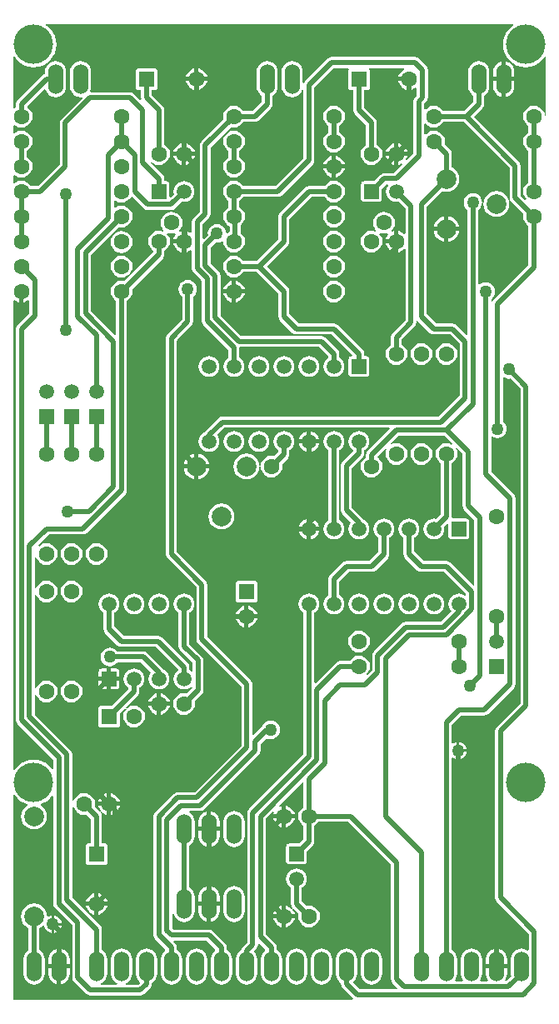
<source format=gtl>
G04 Layer_Physical_Order=1*
G04 Layer_Color=255*
%FSLAX43Y43*%
%MOMM*%
G71*
G01*
G75*
%ADD10C,0.500*%
%ADD11C,4.000*%
%ADD12C,1.600*%
%ADD13C,1.500*%
%ADD14R,1.500X1.500*%
%ADD15O,1.524X3.048*%
%ADD16R,1.600X1.600*%
%ADD17C,1.600*%
%ADD18R,1.500X1.500*%
%ADD19C,2.000*%
%ADD20R,1.500X1.500*%
%ADD21C,1.500*%
%ADD22R,1.600X1.600*%
%ADD23C,1.270*%
G36*
X1470Y71307D02*
X1557Y71318D01*
X1825Y71429D01*
X1954Y71528D01*
X2081Y71466D01*
Y70184D01*
X873Y68977D01*
X752Y68795D01*
X709Y68580D01*
Y28829D01*
X752Y28614D01*
X873Y28432D01*
X4494Y24812D01*
Y23896D01*
X4367Y23851D01*
X4134Y24134D01*
X3784Y24422D01*
X3384Y24635D01*
X2951Y24767D01*
X2500Y24811D01*
X2049Y24767D01*
X1616Y24635D01*
X1216Y24422D01*
X866Y24134D01*
X578Y23784D01*
X559Y23747D01*
X435Y23778D01*
Y71484D01*
X562Y71546D01*
X715Y71429D01*
X983Y71318D01*
X1070Y71307D01*
Y72390D01*
X1470D01*
Y71307D01*
D02*
G37*
G36*
X50354Y63648D02*
X50581Y63554D01*
X50825Y63522D01*
X50958Y63540D01*
X51966Y62531D01*
Y30560D01*
X49540Y28133D01*
X49418Y27951D01*
X49376Y27737D01*
Y10795D01*
X49418Y10580D01*
X49540Y10398D01*
X52830Y7108D01*
Y5488D01*
X52703Y5425D01*
X52606Y5500D01*
X52347Y5607D01*
X52070Y5643D01*
X51793Y5607D01*
X51534Y5500D01*
X51313Y5329D01*
X51142Y5108D01*
X51035Y4849D01*
X50999Y4572D01*
Y3048D01*
X51031Y2802D01*
X50552Y2323D01*
X50476Y2331D01*
X50418Y2460D01*
X50458Y2512D01*
X50565Y2771D01*
X50601Y3048D01*
Y3610D01*
X49530D01*
X48459D01*
Y3048D01*
X48495Y2771D01*
X48602Y2512D01*
X48680Y2411D01*
X48624Y2297D01*
X47896D01*
X47840Y2411D01*
X47918Y2512D01*
X48025Y2771D01*
X48061Y3048D01*
Y4572D01*
X48025Y4849D01*
X47918Y5108D01*
X47747Y5329D01*
X47526Y5500D01*
X47267Y5607D01*
X46990Y5643D01*
X46713Y5607D01*
X46454Y5500D01*
X46233Y5329D01*
X46062Y5108D01*
X45955Y4849D01*
X45919Y4572D01*
Y3048D01*
X45955Y2771D01*
X46062Y2512D01*
X46140Y2411D01*
X46084Y2297D01*
X45356D01*
X45300Y2411D01*
X45378Y2512D01*
X45485Y2771D01*
X45521Y3048D01*
Y4572D01*
X45485Y4849D01*
X45378Y5108D01*
X45207Y5329D01*
X45011Y5480D01*
Y24952D01*
X45125Y25008D01*
X45195Y24954D01*
X45412Y24864D01*
X45517Y24850D01*
Y25730D01*
Y26610D01*
X45412Y26596D01*
X45195Y26507D01*
X45125Y26452D01*
X45011Y26509D01*
Y28343D01*
X45952Y29284D01*
X48260D01*
X48475Y29327D01*
X48657Y29448D01*
X51298Y32090D01*
X51420Y32272D01*
X51462Y32487D01*
Y51384D01*
X51420Y51599D01*
X51298Y51781D01*
X48999Y54080D01*
Y57609D01*
X49112Y57665D01*
X49160Y57629D01*
X49388Y57534D01*
X49632Y57502D01*
X49876Y57534D01*
X50103Y57629D01*
X50298Y57779D01*
X50448Y57974D01*
X50543Y58201D01*
X50575Y58445D01*
X50543Y58689D01*
X50448Y58917D01*
X50298Y59112D01*
X50192Y59194D01*
Y63629D01*
X50306Y63685D01*
X50354Y63648D01*
D02*
G37*
G36*
X50874Y84963D02*
Y81915D01*
X50917Y81700D01*
X51038Y81518D01*
X52267Y80290D01*
X52231Y80010D01*
X52268Y79723D01*
X52379Y79455D01*
X52555Y79225D01*
X52779Y79054D01*
Y75061D01*
X49235Y71517D01*
X49126Y71353D01*
X49051Y71356D01*
X48999Y71374D01*
Y71642D01*
X49105Y71723D01*
X49255Y71918D01*
X49349Y72146D01*
X49381Y72390D01*
X49349Y72634D01*
X49255Y72862D01*
X49105Y73057D01*
X48909Y73207D01*
X48682Y73301D01*
X48438Y73333D01*
X48194Y73301D01*
X47966Y73207D01*
X47830Y73102D01*
X47703Y73165D01*
Y80684D01*
X47809Y80766D01*
X47959Y80961D01*
X48053Y81188D01*
X48085Y81432D01*
X48053Y81676D01*
X47959Y81904D01*
X47809Y82099D01*
X47614Y82249D01*
X47386Y82343D01*
X47142Y82375D01*
X46898Y82343D01*
X46671Y82249D01*
X46476Y82099D01*
X46326Y81904D01*
X46231Y81676D01*
X46199Y81432D01*
X46231Y81188D01*
X46326Y80961D01*
X46476Y80766D01*
X46582Y80684D01*
Y68042D01*
X46464Y67994D01*
X45482Y68977D01*
X45300Y69098D01*
X45085Y69141D01*
X43412D01*
X42471Y70082D01*
Y81048D01*
X44016Y82593D01*
X44111Y82553D01*
X44450Y82509D01*
X44789Y82553D01*
X45106Y82684D01*
X45377Y82893D01*
X45586Y83164D01*
X45717Y83481D01*
X45761Y83820D01*
X45717Y84159D01*
X45586Y84476D01*
X45377Y84747D01*
X45106Y84956D01*
X45011Y84995D01*
Y86360D01*
X44968Y86575D01*
X44847Y86757D01*
X44253Y87350D01*
X44289Y87630D01*
X44252Y87917D01*
X44141Y88185D01*
X43965Y88415D01*
X43735Y88591D01*
X43467Y88702D01*
X43180Y88739D01*
X42893Y88702D01*
X42625Y88591D01*
X42395Y88415D01*
X42344Y88347D01*
X42217Y88390D01*
Y89410D01*
X42344Y89453D01*
X42395Y89385D01*
X42625Y89209D01*
X42893Y89098D01*
X43180Y89061D01*
X43467Y89098D01*
X43735Y89209D01*
X43965Y89385D01*
X44136Y89609D01*
X46228D01*
X50874Y84963D01*
D02*
G37*
G36*
X51253Y99441D02*
X51216Y99422D01*
X50866Y99134D01*
X50578Y98784D01*
X50365Y98384D01*
X50233Y97951D01*
X50189Y97500D01*
X50233Y97049D01*
X50365Y96616D01*
X50578Y96216D01*
X50866Y95866D01*
X51216Y95578D01*
X51616Y95365D01*
X52049Y95233D01*
X52500Y95189D01*
X52951Y95233D01*
X53384Y95365D01*
X53784Y95578D01*
X54134Y95866D01*
X54422Y96216D01*
X54441Y96253D01*
X54565Y96222D01*
Y90268D01*
X54438Y90260D01*
X54412Y90457D01*
X54301Y90725D01*
X54125Y90955D01*
X53895Y91131D01*
X53627Y91242D01*
X53340Y91279D01*
X53053Y91242D01*
X52785Y91131D01*
X52555Y90955D01*
X52379Y90725D01*
X52268Y90457D01*
X52231Y90170D01*
X52268Y89883D01*
X52379Y89615D01*
X52555Y89385D01*
X52779Y89214D01*
Y88586D01*
X52555Y88415D01*
X52379Y88185D01*
X52268Y87917D01*
X52231Y87630D01*
X52268Y87343D01*
X52379Y87075D01*
X52555Y86845D01*
X52779Y86674D01*
Y83506D01*
X52555Y83335D01*
X52379Y83105D01*
X52268Y82837D01*
X52231Y82550D01*
X52268Y82263D01*
X52379Y81995D01*
X52550Y81773D01*
X52454Y81689D01*
X51996Y82147D01*
Y85195D01*
X51953Y85410D01*
X51832Y85592D01*
X47253Y90170D01*
X48127Y91043D01*
X48248Y91225D01*
X48291Y91440D01*
Y92310D01*
X48487Y92461D01*
X48658Y92682D01*
X48765Y92941D01*
X48801Y93218D01*
Y94742D01*
X48765Y95019D01*
X48658Y95278D01*
X48487Y95499D01*
X48266Y95670D01*
X48007Y95777D01*
X47730Y95813D01*
X47453Y95777D01*
X47194Y95670D01*
X46973Y95499D01*
X46802Y95278D01*
X46695Y95019D01*
X46659Y94742D01*
Y93218D01*
X46695Y92941D01*
X46802Y92682D01*
X46973Y92461D01*
X47169Y92310D01*
Y91672D01*
X46228Y90731D01*
X44136D01*
X43965Y90955D01*
X43735Y91131D01*
X43467Y91242D01*
X43180Y91279D01*
X42893Y91242D01*
X42625Y91131D01*
X42395Y90955D01*
X42344Y90887D01*
X42217Y90930D01*
Y91487D01*
X42408Y91678D01*
X42530Y91860D01*
X42572Y92075D01*
Y94920D01*
X42530Y95134D01*
X42408Y95316D01*
X41672Y96053D01*
X41490Y96174D01*
X41275Y96217D01*
X32791D01*
X32577Y96174D01*
X32395Y96053D01*
X30083Y93742D01*
X29968Y93569D01*
X29959Y93568D01*
X29841Y93646D01*
Y94742D01*
X29805Y95019D01*
X29698Y95278D01*
X29527Y95499D01*
X29306Y95670D01*
X29047Y95777D01*
X28770Y95813D01*
X28493Y95777D01*
X28234Y95670D01*
X28013Y95499D01*
X27842Y95278D01*
X27735Y95019D01*
X27699Y94742D01*
Y93218D01*
X27735Y92941D01*
X27842Y92682D01*
X28013Y92461D01*
X28234Y92290D01*
X28493Y92183D01*
X28770Y92147D01*
X29047Y92183D01*
X29306Y92290D01*
X29527Y92461D01*
X29698Y92682D01*
X29792Y92911D01*
X29919Y92885D01*
Y85957D01*
X27073Y83111D01*
X23816D01*
X23645Y83335D01*
X23415Y83511D01*
X23147Y83622D01*
X22860Y83659D01*
X22573Y83622D01*
X22305Y83511D01*
X22075Y83335D01*
X21899Y83105D01*
X21788Y82837D01*
X21751Y82550D01*
X21788Y82263D01*
X21899Y81995D01*
X22075Y81765D01*
X22299Y81594D01*
Y80966D01*
X22075Y80795D01*
X21899Y80565D01*
X21788Y80297D01*
X21751Y80010D01*
X21788Y79723D01*
X21899Y79455D01*
X22075Y79225D01*
X22305Y79049D01*
X22413Y79004D01*
Y78476D01*
X22305Y78431D01*
X22196Y78347D01*
X22060Y78403D01*
X22044Y78527D01*
X21950Y78754D01*
X21800Y78950D01*
X21604Y79100D01*
X21377Y79194D01*
X21133Y79226D01*
X20889Y79194D01*
X20661Y79100D01*
X20466Y78950D01*
X20316Y78754D01*
X20222Y78527D01*
X20190Y78283D01*
X20207Y78150D01*
X19808Y77751D01*
X19691Y77800D01*
Y79223D01*
X20336Y79868D01*
X20458Y80050D01*
X20501Y80265D01*
Y87018D01*
X21974Y88491D01*
X22070Y88407D01*
X22008Y88326D01*
X21899Y88185D01*
X21788Y87917D01*
X21751Y87630D01*
X21788Y87343D01*
X21899Y87075D01*
X22075Y86845D01*
X22299Y86674D01*
Y86046D01*
X22075Y85875D01*
X21899Y85645D01*
X21788Y85377D01*
X21751Y85090D01*
X21788Y84803D01*
X21899Y84535D01*
X22075Y84305D01*
X22305Y84129D01*
X22573Y84018D01*
X22860Y83981D01*
X23147Y84018D01*
X23415Y84129D01*
X23645Y84305D01*
X23821Y84535D01*
X23932Y84803D01*
X23969Y85090D01*
X23932Y85377D01*
X23821Y85645D01*
X23645Y85875D01*
X23421Y86046D01*
Y86674D01*
X23645Y86845D01*
X23821Y87075D01*
X23932Y87343D01*
X23969Y87630D01*
X23932Y87917D01*
X23821Y88185D01*
X23645Y88415D01*
X23415Y88591D01*
X23147Y88702D01*
X22860Y88739D01*
X22573Y88702D01*
X22305Y88591D01*
X22164Y88482D01*
X22083Y88420D01*
X21999Y88516D01*
X22580Y89097D01*
X22860Y89061D01*
X23147Y89098D01*
X23415Y89209D01*
X23645Y89385D01*
X23816Y89609D01*
X24960D01*
X25175Y89652D01*
X25357Y89773D01*
X26627Y91043D01*
X26748Y91225D01*
X26791Y91440D01*
Y92310D01*
X26987Y92461D01*
X27158Y92682D01*
X27265Y92941D01*
X27301Y93218D01*
Y94742D01*
X27265Y95019D01*
X27158Y95278D01*
X26987Y95499D01*
X26766Y95670D01*
X26507Y95777D01*
X26230Y95813D01*
X25953Y95777D01*
X25694Y95670D01*
X25473Y95499D01*
X25302Y95278D01*
X25195Y95019D01*
X25159Y94742D01*
Y93218D01*
X25195Y92941D01*
X25302Y92682D01*
X25473Y92461D01*
X25669Y92310D01*
Y91672D01*
X24728Y90731D01*
X23816D01*
X23645Y90955D01*
X23415Y91131D01*
X23147Y91242D01*
X22860Y91279D01*
X22573Y91242D01*
X22305Y91131D01*
X22075Y90955D01*
X21899Y90725D01*
X21788Y90457D01*
X21751Y90170D01*
X21787Y89890D01*
X19543Y87646D01*
X19422Y87465D01*
X19379Y87250D01*
Y80497D01*
X18733Y79852D01*
X18612Y79670D01*
X18569Y79455D01*
Y78411D01*
X18442Y78348D01*
X18335Y78431D01*
X18067Y78542D01*
X17980Y78553D01*
Y77470D01*
Y76387D01*
X18067Y76398D01*
X18335Y76509D01*
X18442Y76592D01*
X18569Y76529D01*
Y74711D01*
X18612Y74497D01*
X18733Y74315D01*
X19585Y73463D01*
Y69389D01*
X19628Y69174D01*
X19749Y68992D01*
X22299Y66443D01*
Y65663D01*
X22111Y65519D01*
X21943Y65300D01*
X21837Y65044D01*
X21801Y64770D01*
X21837Y64496D01*
X21943Y64240D01*
X22111Y64021D01*
X22330Y63853D01*
X22586Y63747D01*
X22860Y63711D01*
X23134Y63747D01*
X23390Y63853D01*
X23609Y64021D01*
X23777Y64240D01*
X23883Y64496D01*
X23919Y64770D01*
X23883Y65044D01*
X23777Y65300D01*
X23609Y65519D01*
X23421Y65663D01*
Y66675D01*
X23482Y66749D01*
X31518D01*
X32459Y65808D01*
Y65663D01*
X32271Y65519D01*
X32103Y65300D01*
X31997Y65044D01*
X31961Y64770D01*
X31997Y64496D01*
X32103Y64240D01*
X32271Y64021D01*
X32490Y63853D01*
X32746Y63747D01*
X33020Y63711D01*
X33294Y63747D01*
X33550Y63853D01*
X33769Y64021D01*
X33937Y64240D01*
X34043Y64496D01*
X34079Y64770D01*
X34043Y65044D01*
X33937Y65300D01*
X33769Y65519D01*
X33581Y65663D01*
Y66040D01*
X33538Y66255D01*
X33417Y66437D01*
X32147Y67707D01*
X31965Y67828D01*
X31750Y67871D01*
X23589D01*
X21507Y69953D01*
Y74027D01*
X21464Y74241D01*
X21343Y74423D01*
X20491Y75275D01*
Y76848D01*
X21000Y77357D01*
X21133Y77340D01*
X21377Y77372D01*
X21604Y77466D01*
X21634Y77489D01*
X21757Y77423D01*
X21788Y77183D01*
X21899Y76915D01*
X22075Y76685D01*
X22305Y76509D01*
X22573Y76398D01*
X22860Y76361D01*
X23147Y76398D01*
X23415Y76509D01*
X23645Y76685D01*
X23821Y76915D01*
X23932Y77183D01*
X23969Y77470D01*
X23932Y77757D01*
X23821Y78025D01*
X23645Y78255D01*
X23535Y78339D01*
Y79141D01*
X23645Y79225D01*
X23821Y79455D01*
X23932Y79723D01*
X23969Y80010D01*
X23932Y80297D01*
X23821Y80565D01*
X23645Y80795D01*
X23421Y80966D01*
Y81594D01*
X23645Y81765D01*
X23816Y81989D01*
X27305D01*
X27520Y82032D01*
X27702Y82153D01*
X30877Y85328D01*
X30998Y85510D01*
X31041Y85725D01*
Y93113D01*
X33024Y95096D01*
X34469D01*
X34491Y95066D01*
X34525Y94969D01*
X34477Y94897D01*
X34454Y94780D01*
Y93180D01*
X34477Y93063D01*
X34544Y92964D01*
X34643Y92897D01*
X34760Y92874D01*
X34999D01*
Y90805D01*
X35042Y90590D01*
X35163Y90408D01*
X36269Y89303D01*
Y87316D01*
X36045Y87145D01*
X35869Y86915D01*
X35758Y86647D01*
X35721Y86360D01*
X35758Y86073D01*
X35869Y85805D01*
X36045Y85575D01*
X36275Y85399D01*
X36543Y85288D01*
X36830Y85251D01*
X37117Y85288D01*
X37385Y85399D01*
X37615Y85575D01*
X37791Y85805D01*
X37902Y86073D01*
X37939Y86360D01*
X37902Y86647D01*
X37791Y86915D01*
X37615Y87145D01*
X37391Y87316D01*
Y89535D01*
X37348Y89750D01*
X37227Y89932D01*
X36121Y91037D01*
Y92874D01*
X36360D01*
X36477Y92897D01*
X36576Y92964D01*
X36643Y93063D01*
X36666Y93180D01*
Y94780D01*
X36643Y94897D01*
X36595Y94969D01*
X36629Y95066D01*
X36651Y95096D01*
X40127D01*
X40152Y94969D01*
X40085Y94941D01*
X39855Y94765D01*
X39679Y94535D01*
X39568Y94267D01*
X39557Y94180D01*
X40640D01*
Y93980D01*
X40840D01*
Y92897D01*
X40927Y92908D01*
X41195Y93019D01*
X41324Y93118D01*
X41451Y93055D01*
Y92307D01*
X41259Y92116D01*
X41138Y91934D01*
X41095Y91719D01*
Y86389D01*
X40423Y85717D01*
X40328Y85801D01*
X40331Y85805D01*
X40442Y86073D01*
X40453Y86160D01*
X39570D01*
Y85277D01*
X39657Y85288D01*
X39925Y85399D01*
X39929Y85402D01*
X40013Y85307D01*
X39138Y84432D01*
X38151D01*
X37936Y84389D01*
X37754Y84267D01*
X37093Y83606D01*
X36080D01*
X35963Y83583D01*
X35864Y83516D01*
X35797Y83417D01*
X35774Y83300D01*
Y81800D01*
X35797Y81683D01*
X35864Y81584D01*
X35963Y81517D01*
X36080Y81494D01*
X37580D01*
X37697Y81517D01*
X37796Y81584D01*
X37863Y81683D01*
X37886Y81800D01*
Y82813D01*
X38354Y83281D01*
X38449Y83270D01*
X38505Y83147D01*
X38453Y83080D01*
X38347Y82824D01*
X38311Y82550D01*
X38347Y82276D01*
X38453Y82020D01*
X38621Y81801D01*
X38840Y81633D01*
X39096Y81527D01*
X39370Y81491D01*
X39605Y81522D01*
X40282Y80845D01*
Y78285D01*
X40162Y78245D01*
X40155Y78255D01*
X39925Y78431D01*
X39657Y78542D01*
X39570Y78553D01*
Y77470D01*
Y76387D01*
X39657Y76398D01*
X39925Y76509D01*
X40155Y76685D01*
X40162Y76695D01*
X40282Y76655D01*
Y69447D01*
X38973Y68138D01*
X38852Y67956D01*
X38809Y67742D01*
Y66996D01*
X38585Y66825D01*
X38409Y66595D01*
X38298Y66327D01*
X38261Y66040D01*
X38298Y65753D01*
X38409Y65485D01*
X38585Y65255D01*
X38815Y65079D01*
X39083Y64968D01*
X39370Y64931D01*
X39657Y64968D01*
X39925Y65079D01*
X40155Y65255D01*
X40331Y65485D01*
X40442Y65753D01*
X40479Y66040D01*
X40442Y66327D01*
X40331Y66595D01*
X40155Y66825D01*
X39931Y66996D01*
Y67510D01*
X41240Y68818D01*
X41361Y69000D01*
X41404Y69215D01*
Y69411D01*
X41531Y69436D01*
X42783Y68183D01*
X42965Y68062D01*
X43180Y68019D01*
X44853D01*
X45782Y67090D01*
Y61815D01*
X43646Y59679D01*
X21653D01*
X21439Y59636D01*
X21257Y59515D01*
X19923Y58182D01*
X19869Y58100D01*
X19790Y58067D01*
X19571Y57899D01*
X19403Y57680D01*
X19297Y57424D01*
X19261Y57150D01*
X19297Y56876D01*
X19403Y56620D01*
X19571Y56401D01*
X19790Y56233D01*
X20046Y56127D01*
X20320Y56091D01*
X20594Y56127D01*
X20850Y56233D01*
X21069Y56401D01*
X21237Y56620D01*
X21343Y56876D01*
X21379Y57150D01*
X21343Y57424D01*
X21237Y57680D01*
X21137Y57809D01*
X21886Y58558D01*
X38650D01*
X38699Y58440D01*
X36433Y56175D01*
X36312Y55993D01*
X36269Y55778D01*
Y55566D01*
X36045Y55395D01*
X35869Y55165D01*
X35758Y54897D01*
X35721Y54610D01*
X35758Y54323D01*
X35869Y54055D01*
X36045Y53825D01*
X36275Y53649D01*
X36543Y53538D01*
X36830Y53501D01*
X37117Y53538D01*
X37385Y53649D01*
X37615Y53825D01*
X37791Y54055D01*
X37902Y54323D01*
X37939Y54610D01*
X37902Y54897D01*
X37791Y55165D01*
X37615Y55395D01*
X37479Y55499D01*
X37470Y55626D01*
X38266Y56422D01*
X38374Y56350D01*
X38298Y56167D01*
X38261Y55880D01*
X38298Y55593D01*
X38409Y55325D01*
X38585Y55095D01*
X38815Y54919D01*
X39083Y54808D01*
X39370Y54771D01*
X39657Y54808D01*
X39925Y54919D01*
X40155Y55095D01*
X40331Y55325D01*
X40442Y55593D01*
X40479Y55880D01*
X40442Y56167D01*
X40331Y56435D01*
X40155Y56665D01*
X39925Y56841D01*
X39657Y56952D01*
X39370Y56989D01*
X39083Y56952D01*
X38900Y56876D01*
X38828Y56984D01*
X39602Y57758D01*
X44269D01*
X45093Y56933D01*
X45009Y56838D01*
X45005Y56841D01*
X44737Y56952D01*
X44450Y56989D01*
X44163Y56952D01*
X43895Y56841D01*
X43665Y56665D01*
X43489Y56435D01*
X43378Y56167D01*
X43341Y55880D01*
X43378Y55593D01*
X43489Y55325D01*
X43665Y55095D01*
X43889Y54924D01*
Y49762D01*
X43415Y49288D01*
X43180Y49319D01*
X42906Y49283D01*
X42650Y49177D01*
X42431Y49009D01*
X42263Y48790D01*
X42157Y48534D01*
X42121Y48260D01*
X42157Y47986D01*
X42263Y47730D01*
X42431Y47511D01*
X42650Y47343D01*
X42906Y47237D01*
X43180Y47201D01*
X43454Y47237D01*
X43710Y47343D01*
X43929Y47511D01*
X44097Y47730D01*
X44203Y47986D01*
X44239Y48260D01*
X44208Y48495D01*
X44547Y48834D01*
X44664Y48785D01*
Y47510D01*
X44687Y47393D01*
X44754Y47294D01*
X44853Y47227D01*
X44970Y47204D01*
X46470D01*
X46587Y47227D01*
X46686Y47294D01*
X46753Y47393D01*
X46776Y47510D01*
Y49010D01*
X46753Y49127D01*
X46686Y49226D01*
X46587Y49293D01*
X46470Y49316D01*
X45098D01*
X44993Y49443D01*
X45011Y49530D01*
Y54924D01*
X45235Y55095D01*
X45411Y55325D01*
X45522Y55593D01*
X45559Y55880D01*
X45522Y56167D01*
X45411Y56435D01*
X45408Y56439D01*
X45503Y56523D01*
X46099Y55927D01*
Y50622D01*
X46142Y50408D01*
X46263Y50226D01*
X47293Y49196D01*
Y42566D01*
X47175Y42518D01*
X44847Y44847D01*
X44665Y44968D01*
X44450Y45011D01*
X42142D01*
X41201Y45952D01*
Y47367D01*
X41389Y47511D01*
X41557Y47730D01*
X41663Y47986D01*
X41699Y48260D01*
X41663Y48534D01*
X41557Y48790D01*
X41389Y49009D01*
X41170Y49177D01*
X40914Y49283D01*
X40640Y49319D01*
X40366Y49283D01*
X40110Y49177D01*
X39891Y49009D01*
X39723Y48790D01*
X39617Y48534D01*
X39581Y48260D01*
X39617Y47986D01*
X39723Y47730D01*
X39891Y47511D01*
X40079Y47367D01*
Y45720D01*
X40122Y45505D01*
X40243Y45323D01*
X41513Y44053D01*
X41695Y43932D01*
X41910Y43889D01*
X44218D01*
X46451Y41656D01*
X46440Y41561D01*
X46317Y41505D01*
X46250Y41557D01*
X45994Y41663D01*
X45720Y41699D01*
X45446Y41663D01*
X45190Y41557D01*
X44971Y41389D01*
X44803Y41170D01*
X44697Y40914D01*
X44661Y40640D01*
X44697Y40366D01*
X44803Y40110D01*
X44952Y39916D01*
X43861Y38826D01*
X40309D01*
X40094Y38783D01*
X39912Y38662D01*
X37068Y35818D01*
X36947Y35636D01*
X36904Y35421D01*
Y33887D01*
X36446Y33429D01*
X36350Y33513D01*
X36521Y33735D01*
X36632Y34003D01*
X36669Y34290D01*
X36632Y34577D01*
X36521Y34845D01*
X36345Y35075D01*
X36115Y35251D01*
X35847Y35362D01*
X35560Y35399D01*
X35273Y35362D01*
X35005Y35251D01*
X34775Y35075D01*
X34604Y34851D01*
X33655D01*
X33440Y34808D01*
X33258Y34687D01*
X31158Y32586D01*
X31041Y32635D01*
Y39747D01*
X31229Y39891D01*
X31397Y40110D01*
X31503Y40366D01*
X31539Y40640D01*
X31503Y40914D01*
X31397Y41170D01*
X31229Y41389D01*
X31010Y41557D01*
X30754Y41663D01*
X30480Y41699D01*
X30206Y41663D01*
X29950Y41557D01*
X29731Y41389D01*
X29563Y41170D01*
X29457Y40914D01*
X29421Y40640D01*
X29457Y40366D01*
X29563Y40110D01*
X29731Y39891D01*
X29919Y39747D01*
Y25353D01*
X24368Y19802D01*
X24247Y19620D01*
X24204Y19406D01*
Y6252D01*
X23733Y5782D01*
X23612Y5600D01*
X23592Y5497D01*
X23373Y5329D01*
X23202Y5108D01*
X23095Y4849D01*
X23059Y4572D01*
Y3048D01*
X23095Y2771D01*
X23202Y2512D01*
X23373Y2291D01*
X23594Y2120D01*
X23853Y2013D01*
X24130Y1977D01*
X24407Y2013D01*
X24666Y2120D01*
X24887Y2291D01*
X25058Y2512D01*
X25165Y2771D01*
X25201Y3048D01*
Y4572D01*
X25165Y4849D01*
X25058Y5108D01*
X24887Y5329D01*
X24886Y5348D01*
X25162Y5623D01*
X25283Y5805D01*
X25326Y6020D01*
Y6100D01*
X25443Y6149D01*
X26020Y5572D01*
X26009Y5403D01*
X25913Y5329D01*
X25742Y5108D01*
X25635Y4849D01*
X25599Y4572D01*
Y3048D01*
X25635Y2771D01*
X25742Y2512D01*
X25913Y2291D01*
X26134Y2120D01*
X26393Y2013D01*
X26670Y1977D01*
X26947Y2013D01*
X27206Y2120D01*
X27427Y2291D01*
X27598Y2512D01*
X27705Y2771D01*
X27741Y3048D01*
Y4572D01*
X27705Y4849D01*
X27598Y5108D01*
X27427Y5329D01*
X27231Y5480D01*
Y5715D01*
X27188Y5930D01*
X27067Y6112D01*
X26126Y7052D01*
Y18842D01*
X26809Y19525D01*
X26916Y19453D01*
X26868Y19337D01*
X26857Y19250D01*
X27740D01*
Y20133D01*
X27653Y20122D01*
X27537Y20074D01*
X27465Y20181D01*
X29802Y22518D01*
X29919Y22469D01*
Y20006D01*
X29695Y19835D01*
X29519Y19605D01*
X29408Y19337D01*
X29371Y19050D01*
X29408Y18763D01*
X29519Y18495D01*
X29695Y18265D01*
X29919Y18094D01*
Y16742D01*
X29473Y16296D01*
X28460D01*
X28343Y16273D01*
X28244Y16206D01*
X28177Y16107D01*
X28154Y15990D01*
Y14490D01*
X28177Y14373D01*
X28244Y14274D01*
X28343Y14207D01*
X28460Y14184D01*
X29960D01*
X30077Y14207D01*
X30176Y14274D01*
X30243Y14373D01*
X30266Y14490D01*
Y15503D01*
X30877Y16113D01*
X30998Y16295D01*
X31041Y16510D01*
Y18094D01*
X31265Y18265D01*
X31436Y18489D01*
X34464D01*
X38809Y14144D01*
Y2540D01*
X38852Y2325D01*
X38973Y2143D01*
X39503Y1614D01*
X39454Y1497D01*
X35618D01*
X34989Y2126D01*
X34998Y2252D01*
X35047Y2291D01*
X35218Y2512D01*
X35325Y2771D01*
X35361Y3048D01*
Y4572D01*
X35325Y4849D01*
X35218Y5108D01*
X35047Y5329D01*
X34826Y5500D01*
X34567Y5607D01*
X34290Y5643D01*
X34013Y5607D01*
X33754Y5500D01*
X33533Y5329D01*
X33362Y5108D01*
X33255Y4849D01*
X33219Y4572D01*
Y3048D01*
X33255Y2771D01*
X33362Y2512D01*
X33533Y2291D01*
X33729Y2140D01*
Y2032D01*
X33772Y1817D01*
X33893Y1635D01*
X34967Y562D01*
X34934Y435D01*
X435D01*
Y21222D01*
X559Y21253D01*
X578Y21216D01*
X866Y20866D01*
X1216Y20578D01*
X1616Y20365D01*
X1843Y20296D01*
X1852Y20160D01*
X1613Y19977D01*
X1404Y19706D01*
X1273Y19389D01*
X1229Y19050D01*
X1273Y18711D01*
X1404Y18394D01*
X1613Y18123D01*
X1884Y17914D01*
X2201Y17783D01*
X2540Y17739D01*
X2879Y17783D01*
X3196Y17914D01*
X3467Y18123D01*
X3676Y18394D01*
X3807Y18711D01*
X3851Y19050D01*
X3807Y19389D01*
X3676Y19706D01*
X3467Y19977D01*
X3206Y20178D01*
X3199Y20256D01*
X3202Y20309D01*
X3384Y20365D01*
X3784Y20578D01*
X4134Y20866D01*
X4367Y21149D01*
X4494Y21104D01*
Y10185D01*
X4537Y9971D01*
X4658Y9789D01*
X6424Y8023D01*
Y2667D01*
X6467Y2452D01*
X6588Y2270D01*
X7858Y1000D01*
X8040Y879D01*
X8255Y836D01*
X13335D01*
X13550Y879D01*
X13732Y1000D01*
X14367Y1635D01*
X14488Y1817D01*
X14531Y2032D01*
Y2140D01*
X14727Y2291D01*
X14898Y2512D01*
X15005Y2771D01*
X15041Y3048D01*
Y4572D01*
X15005Y4849D01*
X14898Y5108D01*
X14727Y5329D01*
X14506Y5500D01*
X14247Y5607D01*
X13970Y5643D01*
X13693Y5607D01*
X13434Y5500D01*
X13213Y5329D01*
X13042Y5108D01*
X12935Y4849D01*
X12899Y4572D01*
Y3048D01*
X12935Y2771D01*
X13042Y2512D01*
X13213Y2291D01*
X13262Y2252D01*
X13271Y2126D01*
X13103Y1958D01*
X11905D01*
X11880Y2085D01*
X11966Y2120D01*
X12187Y2291D01*
X12358Y2512D01*
X12465Y2771D01*
X12501Y3048D01*
Y4572D01*
X12465Y4849D01*
X12358Y5108D01*
X12187Y5329D01*
X11966Y5500D01*
X11707Y5607D01*
X11430Y5643D01*
X11153Y5607D01*
X10894Y5500D01*
X10673Y5329D01*
X10502Y5108D01*
X10395Y4849D01*
X10359Y4572D01*
Y3048D01*
X10395Y2771D01*
X10502Y2512D01*
X10673Y2291D01*
X10894Y2120D01*
X10980Y2085D01*
X10955Y1958D01*
X9365D01*
X9340Y2085D01*
X9426Y2120D01*
X9647Y2291D01*
X9818Y2512D01*
X9925Y2771D01*
X9961Y3048D01*
Y4572D01*
X9925Y4849D01*
X9818Y5108D01*
X9647Y5329D01*
X9451Y5480D01*
Y7561D01*
X9408Y7776D01*
X9287Y7958D01*
X6428Y10816D01*
Y20006D01*
X6548Y20033D01*
X6659Y19765D01*
X6835Y19535D01*
X7065Y19359D01*
X7333Y19248D01*
X7620Y19211D01*
X7900Y19247D01*
X8329Y18818D01*
Y16346D01*
X8090D01*
X7973Y16323D01*
X7874Y16256D01*
X7807Y16157D01*
X7784Y16040D01*
Y14440D01*
X7807Y14323D01*
X7874Y14224D01*
X7973Y14157D01*
X8090Y14134D01*
X9690D01*
X9807Y14157D01*
X9906Y14224D01*
X9973Y14323D01*
X9996Y14440D01*
Y16040D01*
X9973Y16157D01*
X9906Y16256D01*
X9807Y16323D01*
X9690Y16346D01*
X9451D01*
Y19050D01*
X9408Y19265D01*
X9287Y19447D01*
X9292Y19453D01*
X9339Y19507D01*
X9375Y19535D01*
X9464Y19468D01*
X9605Y19359D01*
X9873Y19248D01*
X9960Y19237D01*
Y20120D01*
X9077D01*
X9088Y20033D01*
X9199Y19765D01*
X9309Y19623D01*
X9334Y19512D01*
X9328Y19506D01*
X9211Y19522D01*
X8693Y20040D01*
X8729Y20320D01*
X8692Y20607D01*
X8581Y20875D01*
X8405Y21105D01*
X8175Y21281D01*
X7907Y21392D01*
X7620Y21429D01*
X7333Y21392D01*
X7065Y21281D01*
X6835Y21105D01*
X6659Y20875D01*
X6548Y20607D01*
X6428Y20634D01*
Y25363D01*
X6385Y25578D01*
X6264Y25759D01*
X2631Y29393D01*
Y31391D01*
X2758Y31416D01*
X2849Y31195D01*
X3025Y30965D01*
X3255Y30789D01*
X3523Y30678D01*
X3810Y30641D01*
X4097Y30678D01*
X4365Y30789D01*
X4595Y30965D01*
X4771Y31195D01*
X4882Y31463D01*
X4919Y31750D01*
X4882Y32037D01*
X4771Y32305D01*
X4595Y32535D01*
X4365Y32711D01*
X4097Y32822D01*
X3810Y32859D01*
X3523Y32822D01*
X3255Y32711D01*
X3025Y32535D01*
X2849Y32305D01*
X2758Y32084D01*
X2631Y32109D01*
Y41551D01*
X2758Y41576D01*
X2849Y41355D01*
X3025Y41125D01*
X3255Y40949D01*
X3523Y40838D01*
X3810Y40801D01*
X4097Y40838D01*
X4365Y40949D01*
X4595Y41125D01*
X4771Y41355D01*
X4882Y41623D01*
X4919Y41910D01*
X4882Y42197D01*
X4771Y42465D01*
X4595Y42695D01*
X4365Y42871D01*
X4097Y42982D01*
X3810Y43019D01*
X3523Y42982D01*
X3255Y42871D01*
X3025Y42695D01*
X2849Y42465D01*
X2758Y42244D01*
X2631Y42269D01*
Y45361D01*
X2758Y45386D01*
X2849Y45165D01*
X3025Y44935D01*
X3255Y44759D01*
X3523Y44648D01*
X3810Y44611D01*
X4097Y44648D01*
X4365Y44759D01*
X4595Y44935D01*
X4771Y45165D01*
X4882Y45433D01*
X4919Y45720D01*
X4882Y46007D01*
X4771Y46275D01*
X4595Y46505D01*
X4365Y46681D01*
X4097Y46792D01*
X3810Y46829D01*
X3523Y46792D01*
X3255Y46681D01*
X3033Y46510D01*
X2949Y46606D01*
X4042Y47699D01*
X7481D01*
X7696Y47742D01*
X7878Y47863D01*
X11827Y51812D01*
X11948Y51994D01*
X11991Y52209D01*
Y71434D01*
X12215Y71605D01*
X12391Y71835D01*
X12502Y72103D01*
X12539Y72390D01*
X12503Y72670D01*
X15637Y75803D01*
X15758Y75985D01*
X15801Y76200D01*
Y76514D01*
X16025Y76685D01*
X16201Y76915D01*
X16312Y77183D01*
X16349Y77470D01*
X16312Y77757D01*
X16201Y78025D01*
X16032Y78245D01*
X16034Y78256D01*
X16140Y78338D01*
X16223Y78303D01*
X16510Y78266D01*
X16797Y78303D01*
X16880Y78338D01*
X16986Y78256D01*
X16988Y78245D01*
X16819Y78025D01*
X16708Y77757D01*
X16697Y77670D01*
X17580D01*
Y78553D01*
X17493Y78542D01*
X17410Y78507D01*
X17304Y78589D01*
X17302Y78600D01*
X17471Y78820D01*
X17582Y79088D01*
X17619Y79375D01*
X17582Y79662D01*
X17471Y79930D01*
X17295Y80160D01*
X17065Y80336D01*
X16797Y80447D01*
X16510Y80484D01*
X16223Y80447D01*
X15955Y80336D01*
X15725Y80160D01*
X15549Y79930D01*
X15438Y79662D01*
X15401Y79375D01*
X15438Y79088D01*
X15549Y78820D01*
X15718Y78600D01*
X15716Y78589D01*
X15610Y78507D01*
X15527Y78542D01*
X15240Y78579D01*
X14953Y78542D01*
X14685Y78431D01*
X14455Y78255D01*
X14279Y78025D01*
X14168Y77757D01*
X14131Y77470D01*
X14168Y77183D01*
X14279Y76915D01*
X14455Y76685D01*
X14641Y76543D01*
X14648Y76401D01*
X12316Y74069D01*
X12220Y74153D01*
X12282Y74234D01*
X12391Y74375D01*
X12502Y74643D01*
X12539Y74930D01*
X12502Y75217D01*
X12391Y75485D01*
X12215Y75715D01*
X11985Y75891D01*
X11717Y76002D01*
X11430Y76039D01*
X11143Y76002D01*
X10875Y75891D01*
X10645Y75715D01*
X10469Y75485D01*
X10358Y75217D01*
X10321Y74930D01*
X10358Y74643D01*
X10469Y74375D01*
X10645Y74145D01*
X10875Y73969D01*
X11143Y73858D01*
X11430Y73821D01*
X11717Y73858D01*
X11985Y73969D01*
X12126Y74078D01*
X12207Y74140D01*
X12291Y74044D01*
X11710Y73463D01*
X11430Y73499D01*
X11143Y73462D01*
X10875Y73351D01*
X10645Y73175D01*
X10469Y72945D01*
X10358Y72677D01*
X10321Y72390D01*
X10358Y72103D01*
X10469Y71835D01*
X10645Y71605D01*
X10869Y71434D01*
Y68056D01*
X10752Y68008D01*
X8346Y70414D01*
Y76133D01*
X11150Y78937D01*
X11430Y78901D01*
X11717Y78938D01*
X11985Y79049D01*
X12215Y79225D01*
X12391Y79455D01*
X12502Y79723D01*
X12539Y80010D01*
X12502Y80297D01*
X12391Y80565D01*
X12215Y80795D01*
X11985Y80971D01*
X11717Y81082D01*
X11430Y81119D01*
X11143Y81082D01*
X10875Y80971D01*
X10768Y80888D01*
X10641Y80951D01*
Y81609D01*
X10768Y81672D01*
X10875Y81589D01*
X11143Y81478D01*
X11430Y81441D01*
X11717Y81478D01*
X11985Y81589D01*
X12215Y81765D01*
X12378Y81979D01*
X12447Y82007D01*
X12516Y82021D01*
X13704Y80833D01*
X13886Y80711D01*
X14101Y80668D01*
X16459D01*
X16674Y80711D01*
X16856Y80833D01*
X17545Y81522D01*
X17780Y81491D01*
X18054Y81527D01*
X18310Y81633D01*
X18529Y81801D01*
X18697Y82020D01*
X18803Y82276D01*
X18839Y82550D01*
X18803Y82824D01*
X18697Y83080D01*
X18529Y83299D01*
X18310Y83467D01*
X18054Y83573D01*
X17780Y83609D01*
X17506Y83573D01*
X17250Y83467D01*
X17031Y83299D01*
X16863Y83080D01*
X16757Y82824D01*
X16721Y82550D01*
X16752Y82315D01*
X16413Y81976D01*
X16296Y82025D01*
Y83300D01*
X16273Y83417D01*
X16206Y83516D01*
X16107Y83583D01*
X15990Y83606D01*
X15801D01*
Y83820D01*
X15758Y84035D01*
X15637Y84217D01*
X14379Y85474D01*
X14463Y85570D01*
X14685Y85399D01*
X14953Y85288D01*
X15240Y85251D01*
X15527Y85288D01*
X15795Y85399D01*
X16025Y85575D01*
X16201Y85805D01*
X16312Y86073D01*
X16349Y86360D01*
X16312Y86647D01*
X16201Y86915D01*
X16025Y87145D01*
X15801Y87316D01*
Y90805D01*
X15758Y91020D01*
X15637Y91202D01*
X14531Y92307D01*
Y92874D01*
X14770D01*
X14887Y92897D01*
X14986Y92964D01*
X15053Y93063D01*
X15076Y93180D01*
Y94780D01*
X15053Y94897D01*
X14986Y94996D01*
X14887Y95063D01*
X14770Y95086D01*
X13170D01*
X13053Y95063D01*
X12954Y94996D01*
X12887Y94897D01*
X12864Y94780D01*
Y93180D01*
X12887Y93063D01*
X12954Y92964D01*
X13053Y92897D01*
X13170Y92874D01*
X13409D01*
Y92075D01*
X13438Y91928D01*
X13321Y91866D01*
X12716Y92472D01*
X12534Y92593D01*
X12319Y92636D01*
X8316D01*
X8234Y92741D01*
X8230Y92760D01*
X8305Y92941D01*
X8341Y93218D01*
Y94742D01*
X8305Y95019D01*
X8198Y95278D01*
X8027Y95499D01*
X7806Y95670D01*
X7547Y95777D01*
X7270Y95813D01*
X6993Y95777D01*
X6734Y95670D01*
X6513Y95499D01*
X6342Y95278D01*
X6235Y95019D01*
X6199Y94742D01*
Y93218D01*
X6235Y92941D01*
X6342Y92682D01*
X6513Y92461D01*
X6734Y92290D01*
X6993Y92183D01*
X7270Y92147D01*
X7367Y92160D01*
X7426Y92039D01*
X5318Y89932D01*
X5197Y89750D01*
X5154Y89535D01*
Y85322D01*
X2943Y83111D01*
X2226D01*
X2055Y83335D01*
X1825Y83511D01*
X1557Y83622D01*
X1270Y83659D01*
X983Y83622D01*
X715Y83511D01*
X562Y83394D01*
X435Y83456D01*
Y84184D01*
X562Y84246D01*
X715Y84129D01*
X983Y84018D01*
X1270Y83981D01*
X1557Y84018D01*
X1825Y84129D01*
X2055Y84305D01*
X2231Y84535D01*
X2342Y84803D01*
X2379Y85090D01*
X2342Y85377D01*
X2231Y85645D01*
X2055Y85875D01*
X1831Y86046D01*
Y86674D01*
X2055Y86845D01*
X2231Y87075D01*
X2342Y87343D01*
X2379Y87630D01*
X2342Y87917D01*
X2231Y88185D01*
X2055Y88415D01*
X1825Y88591D01*
X1557Y88702D01*
X1270Y88739D01*
X983Y88702D01*
X715Y88591D01*
X562Y88474D01*
X435Y88536D01*
Y89264D01*
X562Y89326D01*
X715Y89209D01*
X983Y89098D01*
X1270Y89061D01*
X1557Y89098D01*
X1825Y89209D01*
X2055Y89385D01*
X2231Y89615D01*
X2342Y89883D01*
X2379Y90170D01*
X2342Y90457D01*
X2231Y90725D01*
X2055Y90955D01*
X1869Y91097D01*
X1862Y91239D01*
X3578Y92955D01*
X3709Y92907D01*
X3802Y92682D01*
X3973Y92461D01*
X4194Y92290D01*
X4453Y92183D01*
X4730Y92147D01*
X5007Y92183D01*
X5266Y92290D01*
X5487Y92461D01*
X5658Y92682D01*
X5765Y92941D01*
X5801Y93218D01*
Y94742D01*
X5765Y95019D01*
X5658Y95278D01*
X5487Y95499D01*
X5266Y95670D01*
X5007Y95777D01*
X4730Y95813D01*
X4453Y95777D01*
X4194Y95670D01*
X3973Y95499D01*
X3802Y95278D01*
X3695Y95019D01*
X3659Y94742D01*
Y94511D01*
X3595Y94498D01*
X3413Y94377D01*
X873Y91837D01*
X752Y91655D01*
X709Y91440D01*
Y91126D01*
X562Y91014D01*
X435Y91076D01*
Y96222D01*
X559Y96253D01*
X578Y96216D01*
X866Y95866D01*
X1216Y95578D01*
X1616Y95365D01*
X2049Y95233D01*
X2500Y95189D01*
X2951Y95233D01*
X3384Y95365D01*
X3784Y95578D01*
X4134Y95866D01*
X4422Y96216D01*
X4635Y96616D01*
X4767Y97049D01*
X4811Y97500D01*
X4767Y97951D01*
X4635Y98384D01*
X4422Y98784D01*
X4134Y99134D01*
X3784Y99422D01*
X3747Y99441D01*
X3778Y99565D01*
X51222D01*
X51253Y99441D01*
D02*
G37*
%LPC*%
G36*
X46524Y25603D02*
X45771D01*
Y24850D01*
X45876Y24864D01*
X46092Y24954D01*
X46278Y25096D01*
X46420Y25282D01*
X46510Y25498D01*
X46524Y25603D01*
D02*
G37*
G36*
X45771Y26610D02*
Y25857D01*
X46524D01*
X46510Y25962D01*
X46420Y26179D01*
X46278Y26364D01*
X46092Y26507D01*
X45876Y26596D01*
X45771Y26610D01*
D02*
G37*
G36*
X49730Y5617D02*
Y4010D01*
X50601D01*
Y4572D01*
X50565Y4849D01*
X50458Y5108D01*
X50287Y5329D01*
X50066Y5500D01*
X49807Y5607D01*
X49730Y5617D01*
D02*
G37*
G36*
X49330D02*
X49253Y5607D01*
X48994Y5500D01*
X48773Y5329D01*
X48602Y5108D01*
X48495Y4849D01*
X48459Y4572D01*
Y4010D01*
X49330D01*
Y5617D01*
D02*
G37*
G36*
X49530Y82591D02*
X49191Y82547D01*
X48874Y82416D01*
X48603Y82207D01*
X48394Y81936D01*
X48263Y81619D01*
X48219Y81280D01*
X48263Y80941D01*
X48394Y80624D01*
X48603Y80353D01*
X48874Y80144D01*
X49191Y80013D01*
X49530Y79969D01*
X49869Y80013D01*
X50186Y80144D01*
X50457Y80353D01*
X50666Y80624D01*
X50797Y80941D01*
X50841Y81280D01*
X50797Y81619D01*
X50666Y81936D01*
X50457Y82207D01*
X50186Y82416D01*
X49869Y82547D01*
X49530Y82591D01*
D02*
G37*
G36*
X44250Y80025D02*
X44111Y80007D01*
X43794Y79876D01*
X43523Y79667D01*
X43314Y79396D01*
X43183Y79079D01*
X43165Y78940D01*
X44250D01*
Y80025D01*
D02*
G37*
G36*
X44650D02*
Y78940D01*
X45735D01*
X45717Y79079D01*
X45586Y79396D01*
X45377Y79667D01*
X45106Y79876D01*
X44789Y80007D01*
X44650Y80025D01*
D02*
G37*
G36*
X44250Y78540D02*
X43165D01*
X43183Y78401D01*
X43314Y78084D01*
X43523Y77813D01*
X43794Y77604D01*
X44111Y77473D01*
X44250Y77455D01*
Y78540D01*
D02*
G37*
G36*
X45735D02*
X44650D01*
Y77455D01*
X44789Y77473D01*
X45106Y77604D01*
X45377Y77813D01*
X45586Y78084D01*
X45717Y78401D01*
X45735Y78540D01*
D02*
G37*
G36*
X15040Y31563D02*
X14953Y31552D01*
X14685Y31441D01*
X14455Y31265D01*
X14279Y31035D01*
X14168Y30767D01*
X14157Y30680D01*
X15040D01*
Y31563D01*
D02*
G37*
G36*
X6350Y32859D02*
X6063Y32822D01*
X5795Y32711D01*
X5565Y32535D01*
X5389Y32305D01*
X5278Y32037D01*
X5241Y31750D01*
X5278Y31463D01*
X5389Y31195D01*
X5565Y30965D01*
X5795Y30789D01*
X6063Y30678D01*
X6350Y30641D01*
X6637Y30678D01*
X6905Y30789D01*
X7135Y30965D01*
X7311Y31195D01*
X7422Y31463D01*
X7459Y31750D01*
X7422Y32037D01*
X7311Y32305D01*
X7135Y32535D01*
X6905Y32711D01*
X6637Y32822D01*
X6350Y32859D01*
D02*
G37*
G36*
X16323Y30280D02*
X15440D01*
Y29397D01*
X15527Y29408D01*
X15795Y29519D01*
X16025Y29695D01*
X16201Y29925D01*
X16312Y30193D01*
X16323Y30280D01*
D02*
G37*
G36*
X15440Y31563D02*
Y30680D01*
X16323D01*
X16312Y30767D01*
X16201Y31035D01*
X16025Y31265D01*
X15795Y31441D01*
X15527Y31552D01*
X15440Y31563D01*
D02*
G37*
G36*
X10236Y36198D02*
X9992Y36166D01*
X9765Y36072D01*
X9569Y35922D01*
X9419Y35727D01*
X9325Y35499D01*
X9293Y35255D01*
X9325Y35011D01*
X9419Y34784D01*
X9569Y34588D01*
X9765Y34438D01*
X9992Y34344D01*
X10236Y34312D01*
X10480Y34344D01*
X10708Y34438D01*
X10903Y34588D01*
X10984Y34694D01*
X13408D01*
X14423Y33679D01*
X14323Y33550D01*
X14217Y33294D01*
X14181Y33020D01*
X14217Y32746D01*
X14323Y32490D01*
X14491Y32271D01*
X14710Y32103D01*
X14966Y31997D01*
X15240Y31961D01*
X15514Y31997D01*
X15770Y32103D01*
X15989Y32271D01*
X16157Y32490D01*
X16263Y32746D01*
X16299Y33020D01*
X16263Y33294D01*
X16157Y33550D01*
X15989Y33769D01*
X15770Y33937D01*
X15691Y33970D01*
X15637Y34052D01*
X14036Y35652D01*
X13854Y35773D01*
X13640Y35816D01*
X10984D01*
X10903Y35922D01*
X10708Y36072D01*
X10480Y36166D01*
X10236Y36198D01*
D02*
G37*
G36*
X11216Y32820D02*
X10360D01*
Y31964D01*
X10910D01*
X11027Y31987D01*
X11126Y32054D01*
X11193Y32153D01*
X11216Y32270D01*
Y32820D01*
D02*
G37*
G36*
X9960D02*
X9104D01*
Y32270D01*
X9127Y32153D01*
X9194Y32054D01*
X9293Y31987D01*
X9410Y31964D01*
X9960D01*
Y32820D01*
D02*
G37*
G36*
X10360Y21403D02*
Y20520D01*
X11243D01*
X11232Y20607D01*
X11121Y20875D01*
X10945Y21105D01*
X10715Y21281D01*
X10447Y21392D01*
X10360Y21403D01*
D02*
G37*
G36*
X28140Y20133D02*
Y19250D01*
X29023D01*
X29012Y19337D01*
X28901Y19605D01*
X28725Y19835D01*
X28495Y20011D01*
X28227Y20122D01*
X28140Y20133D01*
D02*
G37*
G36*
X9960Y21403D02*
X9873Y21392D01*
X9605Y21281D01*
X9375Y21105D01*
X9199Y20875D01*
X9088Y20607D01*
X9077Y20520D01*
X9960D01*
Y21403D01*
D02*
G37*
G36*
X12700Y34079D02*
X12426Y34043D01*
X12170Y33937D01*
X11951Y33769D01*
X11783Y33550D01*
X11677Y33294D01*
X11641Y33020D01*
X11677Y32746D01*
X11783Y32490D01*
X11951Y32271D01*
X12139Y32127D01*
Y31982D01*
X10473Y30316D01*
X9360D01*
X9243Y30293D01*
X9144Y30226D01*
X9077Y30127D01*
X9054Y30010D01*
Y28410D01*
X9077Y28293D01*
X9144Y28194D01*
X9243Y28127D01*
X9360Y28104D01*
X10960D01*
X11077Y28127D01*
X11176Y28194D01*
X11243Y28293D01*
X11266Y28410D01*
Y29523D01*
X11814Y30071D01*
X11909Y29987D01*
X11848Y29907D01*
X11739Y29765D01*
X11628Y29497D01*
X11590Y29210D01*
X11628Y28923D01*
X11739Y28655D01*
X11915Y28425D01*
X12145Y28249D01*
X12413Y28138D01*
X12700Y28100D01*
X12987Y28138D01*
X13255Y28249D01*
X13485Y28425D01*
X13661Y28655D01*
X13772Y28923D01*
X13810Y29210D01*
X13772Y29497D01*
X13661Y29765D01*
X13485Y29995D01*
X13255Y30171D01*
X12987Y30282D01*
X12700Y30320D01*
X12413Y30282D01*
X12145Y30171D01*
X12003Y30062D01*
X11923Y30001D01*
X11839Y30096D01*
X13097Y31353D01*
X13218Y31535D01*
X13261Y31750D01*
Y32127D01*
X13449Y32271D01*
X13617Y32490D01*
X13723Y32746D01*
X13759Y33020D01*
X13723Y33294D01*
X13617Y33550D01*
X13449Y33769D01*
X13230Y33937D01*
X12974Y34043D01*
X12700Y34079D01*
D02*
G37*
G36*
X15040Y30280D02*
X14157D01*
X14168Y30193D01*
X14279Y29925D01*
X14455Y29695D01*
X14685Y29519D01*
X14953Y29408D01*
X15040Y29397D01*
Y30280D01*
D02*
G37*
G36*
X18161Y73562D02*
X17917Y73530D01*
X17689Y73435D01*
X17494Y73285D01*
X17344Y73090D01*
X17250Y72863D01*
X17218Y72619D01*
X17250Y72375D01*
X17344Y72147D01*
X17494Y71952D01*
X17600Y71870D01*
Y69525D01*
X16113Y68038D01*
X15992Y67856D01*
X15949Y67641D01*
Y45669D01*
X15992Y45455D01*
X16113Y45273D01*
X19023Y42364D01*
Y37059D01*
X19065Y36844D01*
X19187Y36662D01*
X23620Y32229D01*
Y26267D01*
X18869Y21516D01*
X17145D01*
X16930Y21473D01*
X16748Y21352D01*
X14843Y19447D01*
X14722Y19265D01*
X14679Y19050D01*
Y6985D01*
X14722Y6770D01*
X14843Y6588D01*
X15860Y5572D01*
X15849Y5403D01*
X15753Y5329D01*
X15582Y5108D01*
X15475Y4849D01*
X15439Y4572D01*
Y3048D01*
X15475Y2771D01*
X15582Y2512D01*
X15753Y2291D01*
X15974Y2120D01*
X16233Y2013D01*
X16510Y1977D01*
X16787Y2013D01*
X17046Y2120D01*
X17267Y2291D01*
X17438Y2512D01*
X17545Y2771D01*
X17581Y3048D01*
Y4572D01*
X17545Y4849D01*
X17438Y5108D01*
X17267Y5329D01*
X17071Y5480D01*
Y5715D01*
X17028Y5930D01*
X16907Y6112D01*
X16711Y6307D01*
X16760Y6424D01*
X20088D01*
X20940Y5572D01*
X20929Y5403D01*
X20833Y5329D01*
X20662Y5108D01*
X20555Y4849D01*
X20519Y4572D01*
Y3048D01*
X20555Y2771D01*
X20662Y2512D01*
X20833Y2291D01*
X21054Y2120D01*
X21313Y2013D01*
X21590Y1977D01*
X21867Y2013D01*
X22126Y2120D01*
X22347Y2291D01*
X22518Y2512D01*
X22625Y2771D01*
X22661Y3048D01*
Y4572D01*
X22625Y4849D01*
X22518Y5108D01*
X22347Y5329D01*
X22151Y5480D01*
Y5715D01*
X22108Y5930D01*
X21987Y6112D01*
X20717Y7382D01*
X20535Y7503D01*
X20320Y7546D01*
X16742D01*
X16601Y7687D01*
Y9246D01*
X16728Y9254D01*
X16745Y9121D01*
X16852Y8862D01*
X17023Y8641D01*
X17244Y8470D01*
X17503Y8363D01*
X17780Y8327D01*
X18057Y8363D01*
X18316Y8470D01*
X18537Y8641D01*
X18708Y8862D01*
X18815Y9121D01*
X18851Y9398D01*
Y10922D01*
X18815Y11199D01*
X18708Y11458D01*
X18537Y11679D01*
X18341Y11830D01*
Y16110D01*
X18537Y16261D01*
X18708Y16482D01*
X18815Y16741D01*
X18851Y17018D01*
Y18542D01*
X18815Y18819D01*
X18708Y19078D01*
X18537Y19299D01*
X18319Y19467D01*
X18318Y19478D01*
X18347Y19594D01*
X19432D01*
X19647Y19637D01*
X19829Y19758D01*
X25377Y25307D01*
X25499Y25489D01*
X25542Y25704D01*
Y26438D01*
X26143Y27039D01*
X26350Y26953D01*
X26594Y26921D01*
X26838Y26953D01*
X27065Y27047D01*
X27261Y27197D01*
X27411Y27392D01*
X27505Y27620D01*
X27537Y27864D01*
X27505Y28108D01*
X27411Y28335D01*
X27261Y28531D01*
X27065Y28681D01*
X26838Y28775D01*
X26594Y28807D01*
X26350Y28775D01*
X26122Y28681D01*
X25927Y28531D01*
X25777Y28335D01*
X25723Y28206D01*
X24859Y27341D01*
X24742Y27390D01*
Y32461D01*
X24699Y32676D01*
X24577Y32858D01*
X20144Y37291D01*
Y42596D01*
X20101Y42810D01*
X19980Y42992D01*
X17071Y45901D01*
Y67409D01*
X18558Y68896D01*
X18679Y69078D01*
X18722Y69292D01*
Y71870D01*
X18828Y71952D01*
X18978Y72147D01*
X19072Y72375D01*
X19104Y72619D01*
X19072Y72863D01*
X18978Y73090D01*
X18828Y73285D01*
X18633Y73435D01*
X18405Y73530D01*
X18161Y73562D01*
D02*
G37*
G36*
X35560Y41699D02*
X35286Y41663D01*
X35030Y41557D01*
X34811Y41389D01*
X34643Y41170D01*
X34537Y40914D01*
X34501Y40640D01*
X34537Y40366D01*
X34643Y40110D01*
X34811Y39891D01*
X35030Y39723D01*
X35286Y39617D01*
X35560Y39581D01*
X35834Y39617D01*
X36090Y39723D01*
X36309Y39891D01*
X36477Y40110D01*
X36583Y40366D01*
X36619Y40640D01*
X36583Y40914D01*
X36477Y41170D01*
X36309Y41389D01*
X36090Y41557D01*
X35834Y41663D01*
X35560Y41699D01*
D02*
G37*
G36*
X38100D02*
X37826Y41663D01*
X37570Y41557D01*
X37351Y41389D01*
X37183Y41170D01*
X37077Y40914D01*
X37041Y40640D01*
X37077Y40366D01*
X37183Y40110D01*
X37351Y39891D01*
X37570Y39723D01*
X37826Y39617D01*
X38100Y39581D01*
X38374Y39617D01*
X38630Y39723D01*
X38849Y39891D01*
X39017Y40110D01*
X39123Y40366D01*
X39159Y40640D01*
X39123Y40914D01*
X39017Y41170D01*
X38849Y41389D01*
X38630Y41557D01*
X38374Y41663D01*
X38100Y41699D01*
D02*
G37*
G36*
X15240D02*
X14966Y41663D01*
X14710Y41557D01*
X14491Y41389D01*
X14323Y41170D01*
X14217Y40914D01*
X14181Y40640D01*
X14217Y40366D01*
X14323Y40110D01*
X14491Y39891D01*
X14710Y39723D01*
X14966Y39617D01*
X15240Y39581D01*
X15514Y39617D01*
X15770Y39723D01*
X15989Y39891D01*
X16157Y40110D01*
X16263Y40366D01*
X16299Y40640D01*
X16263Y40914D01*
X16157Y41170D01*
X15989Y41389D01*
X15770Y41557D01*
X15514Y41663D01*
X15240Y41699D01*
D02*
G37*
G36*
X38100Y49319D02*
X37826Y49283D01*
X37570Y49177D01*
X37351Y49009D01*
X37183Y48790D01*
X37077Y48534D01*
X37041Y48260D01*
X37077Y47986D01*
X37183Y47730D01*
X37351Y47511D01*
X37539Y47367D01*
Y45952D01*
X36598Y45011D01*
X34290D01*
X34075Y44968D01*
X33893Y44847D01*
X32623Y43577D01*
X32502Y43395D01*
X32459Y43180D01*
Y41533D01*
X32271Y41389D01*
X32103Y41170D01*
X31997Y40914D01*
X31961Y40640D01*
X31997Y40366D01*
X32103Y40110D01*
X32271Y39891D01*
X32490Y39723D01*
X32746Y39617D01*
X33020Y39581D01*
X33294Y39617D01*
X33550Y39723D01*
X33769Y39891D01*
X33937Y40110D01*
X34043Y40366D01*
X34079Y40640D01*
X34043Y40914D01*
X33937Y41170D01*
X33769Y41389D01*
X33581Y41533D01*
Y42948D01*
X34522Y43889D01*
X36830D01*
X37045Y43932D01*
X37227Y44053D01*
X38497Y45323D01*
X38618Y45505D01*
X38661Y45720D01*
Y47367D01*
X38849Y47511D01*
X39017Y47730D01*
X39123Y47986D01*
X39159Y48260D01*
X39123Y48534D01*
X39017Y48790D01*
X38849Y49009D01*
X38630Y49177D01*
X38374Y49283D01*
X38100Y49319D01*
D02*
G37*
G36*
X6350Y43019D02*
X6063Y42982D01*
X5795Y42871D01*
X5565Y42695D01*
X5389Y42465D01*
X5278Y42197D01*
X5241Y41910D01*
X5278Y41623D01*
X5389Y41355D01*
X5565Y41125D01*
X5795Y40949D01*
X6063Y40838D01*
X6350Y40801D01*
X6637Y40838D01*
X6905Y40949D01*
X7135Y41125D01*
X7311Y41355D01*
X7422Y41623D01*
X7459Y41910D01*
X7422Y42197D01*
X7311Y42465D01*
X7135Y42695D01*
X6905Y42871D01*
X6637Y42982D01*
X6350Y43019D01*
D02*
G37*
G36*
X24930Y43016D02*
X23330D01*
X23213Y42993D01*
X23114Y42926D01*
X23047Y42827D01*
X23024Y42710D01*
Y41110D01*
X23047Y40993D01*
X23114Y40894D01*
X23213Y40827D01*
X23330Y40804D01*
X24930D01*
X25047Y40827D01*
X25146Y40894D01*
X25213Y40993D01*
X25236Y41110D01*
Y42710D01*
X25213Y42827D01*
X25146Y42926D01*
X25047Y42993D01*
X24930Y43016D01*
D02*
G37*
G36*
X40640Y41699D02*
X40366Y41663D01*
X40110Y41557D01*
X39891Y41389D01*
X39723Y41170D01*
X39617Y40914D01*
X39581Y40640D01*
X39617Y40366D01*
X39723Y40110D01*
X39891Y39891D01*
X40110Y39723D01*
X40366Y39617D01*
X40640Y39581D01*
X40914Y39617D01*
X41170Y39723D01*
X41389Y39891D01*
X41557Y40110D01*
X41663Y40366D01*
X41699Y40640D01*
X41663Y40914D01*
X41557Y41170D01*
X41389Y41389D01*
X41170Y41557D01*
X40914Y41663D01*
X40640Y41699D01*
D02*
G37*
G36*
X43180D02*
X42906Y41663D01*
X42650Y41557D01*
X42431Y41389D01*
X42263Y41170D01*
X42157Y40914D01*
X42121Y40640D01*
X42157Y40366D01*
X42263Y40110D01*
X42431Y39891D01*
X42650Y39723D01*
X42906Y39617D01*
X43180Y39581D01*
X43454Y39617D01*
X43710Y39723D01*
X43929Y39891D01*
X44097Y40110D01*
X44203Y40366D01*
X44239Y40640D01*
X44203Y40914D01*
X44097Y41170D01*
X43929Y41389D01*
X43710Y41557D01*
X43454Y41663D01*
X43180Y41699D01*
D02*
G37*
G36*
X12700D02*
X12426Y41663D01*
X12170Y41557D01*
X11951Y41389D01*
X11783Y41170D01*
X11677Y40914D01*
X11641Y40640D01*
X11677Y40366D01*
X11783Y40110D01*
X11951Y39891D01*
X12170Y39723D01*
X12426Y39617D01*
X12700Y39581D01*
X12974Y39617D01*
X13230Y39723D01*
X13449Y39891D01*
X13617Y40110D01*
X13723Y40366D01*
X13759Y40640D01*
X13723Y40914D01*
X13617Y41170D01*
X13449Y41389D01*
X13230Y41557D01*
X12974Y41663D01*
X12700Y41699D01*
D02*
G37*
G36*
X17780D02*
X17506Y41663D01*
X17250Y41557D01*
X17031Y41389D01*
X16863Y41170D01*
X16757Y40914D01*
X16721Y40640D01*
X16757Y40366D01*
X16863Y40110D01*
X17031Y39891D01*
X17219Y39747D01*
Y36347D01*
X17262Y36133D01*
X17383Y35951D01*
X18642Y34693D01*
Y33808D01*
X18515Y33780D01*
X18341Y33913D01*
Y34214D01*
X18298Y34428D01*
X18177Y34610D01*
X15560Y37227D01*
X15378Y37348D01*
X15164Y37391D01*
X11662D01*
X10721Y38332D01*
Y39747D01*
X10909Y39891D01*
X11077Y40110D01*
X11183Y40366D01*
X11219Y40640D01*
X11183Y40914D01*
X11077Y41170D01*
X10909Y41389D01*
X10690Y41557D01*
X10434Y41663D01*
X10160Y41699D01*
X9886Y41663D01*
X9630Y41557D01*
X9411Y41389D01*
X9243Y41170D01*
X9137Y40914D01*
X9101Y40640D01*
X9137Y40366D01*
X9243Y40110D01*
X9411Y39891D01*
X9599Y39747D01*
Y38100D01*
X9642Y37885D01*
X9763Y37703D01*
X11033Y36433D01*
X11215Y36312D01*
X11430Y36269D01*
X14932D01*
X17177Y34023D01*
X17170Y33875D01*
X17031Y33769D01*
X16863Y33550D01*
X16757Y33294D01*
X16721Y33020D01*
X16757Y32746D01*
X16863Y32490D01*
X17031Y32271D01*
X17250Y32103D01*
X17506Y31997D01*
X17780Y31961D01*
X18054Y31997D01*
X18310Y32103D01*
X18470Y32226D01*
X18604Y32180D01*
X18615Y32108D01*
X18060Y31553D01*
X17780Y31589D01*
X17493Y31552D01*
X17225Y31441D01*
X16995Y31265D01*
X16819Y31035D01*
X16708Y30767D01*
X16671Y30480D01*
X16708Y30193D01*
X16819Y29925D01*
X16995Y29695D01*
X17225Y29519D01*
X17493Y29408D01*
X17780Y29371D01*
X18067Y29408D01*
X18335Y29519D01*
X18565Y29695D01*
X18741Y29925D01*
X18852Y30193D01*
X18889Y30480D01*
X18853Y30760D01*
X19599Y31506D01*
X19720Y31688D01*
X19763Y31902D01*
Y34925D01*
X19720Y35140D01*
X19599Y35322D01*
X18341Y36580D01*
Y39747D01*
X18529Y39891D01*
X18697Y40110D01*
X18803Y40366D01*
X18839Y40640D01*
X18803Y40914D01*
X18697Y41170D01*
X18529Y41389D01*
X18310Y41557D01*
X18054Y41663D01*
X17780Y41699D01*
D02*
G37*
G36*
X35560Y37939D02*
X35273Y37902D01*
X35005Y37791D01*
X34775Y37615D01*
X34599Y37385D01*
X34488Y37117D01*
X34451Y36830D01*
X34488Y36543D01*
X34599Y36275D01*
X34775Y36045D01*
X35005Y35869D01*
X35273Y35758D01*
X35560Y35721D01*
X35847Y35758D01*
X36115Y35869D01*
X36345Y36045D01*
X36521Y36275D01*
X36632Y36543D01*
X36669Y36830D01*
X36632Y37117D01*
X36521Y37385D01*
X36345Y37615D01*
X36115Y37791D01*
X35847Y37902D01*
X35560Y37939D01*
D02*
G37*
G36*
X9960Y34076D02*
X9410D01*
X9293Y34053D01*
X9194Y33986D01*
X9127Y33887D01*
X9104Y33770D01*
Y33220D01*
X9960D01*
Y34076D01*
D02*
G37*
G36*
X10910D02*
X10360D01*
Y33220D01*
X11216D01*
Y33770D01*
X11193Y33887D01*
X11126Y33986D01*
X11027Y34053D01*
X10910Y34076D01*
D02*
G37*
G36*
X23930Y40453D02*
X23843Y40442D01*
X23575Y40331D01*
X23345Y40155D01*
X23169Y39925D01*
X23058Y39657D01*
X23047Y39570D01*
X23930D01*
Y40453D01*
D02*
G37*
G36*
X24330D02*
Y39570D01*
X25213D01*
X25202Y39657D01*
X25091Y39925D01*
X24915Y40155D01*
X24685Y40331D01*
X24417Y40442D01*
X24330Y40453D01*
D02*
G37*
G36*
X23930Y39170D02*
X23047D01*
X23058Y39083D01*
X23169Y38815D01*
X23345Y38585D01*
X23575Y38409D01*
X23843Y38298D01*
X23930Y38287D01*
Y39170D01*
D02*
G37*
G36*
X25213D02*
X24330D01*
Y38287D01*
X24417Y38298D01*
X24685Y38409D01*
X24915Y38585D01*
X25091Y38815D01*
X25202Y39083D01*
X25213Y39170D01*
D02*
G37*
G36*
X5325Y7976D02*
X4572D01*
Y7223D01*
X4677Y7236D01*
X4893Y7326D01*
X5079Y7469D01*
X5222Y7654D01*
X5311Y7871D01*
X5325Y7976D01*
D02*
G37*
G36*
X27740Y8690D02*
X26857D01*
X26868Y8603D01*
X26979Y8335D01*
X27155Y8105D01*
X27385Y7929D01*
X27653Y7818D01*
X27740Y7807D01*
Y8690D01*
D02*
G37*
G36*
X2540Y10201D02*
X2201Y10157D01*
X1884Y10026D01*
X1613Y9817D01*
X1404Y9546D01*
X1273Y9229D01*
X1229Y8890D01*
X1273Y8551D01*
X1404Y8234D01*
X1613Y7963D01*
X1884Y7754D01*
X1979Y7715D01*
Y5480D01*
X1783Y5329D01*
X1612Y5108D01*
X1505Y4849D01*
X1469Y4572D01*
Y3048D01*
X1505Y2771D01*
X1612Y2512D01*
X1783Y2291D01*
X2004Y2120D01*
X2263Y2013D01*
X2540Y1977D01*
X2817Y2013D01*
X3076Y2120D01*
X3297Y2291D01*
X3468Y2512D01*
X3575Y2771D01*
X3611Y3048D01*
Y4572D01*
X3575Y4849D01*
X3468Y5108D01*
X3297Y5329D01*
X3101Y5480D01*
Y7715D01*
X3196Y7754D01*
X3441Y7943D01*
X3573Y7912D01*
X3579Y7871D01*
X3668Y7654D01*
X3811Y7469D01*
X3997Y7326D01*
X4213Y7236D01*
X4318Y7223D01*
Y8103D01*
Y8983D01*
X4213Y8969D01*
X3997Y8879D01*
X3963Y8853D01*
X3847Y8924D01*
X3807Y9229D01*
X3676Y9546D01*
X3467Y9817D01*
X3196Y10026D01*
X2879Y10157D01*
X2540Y10201D01*
D02*
G37*
G36*
X22860Y11993D02*
X22583Y11957D01*
X22324Y11850D01*
X22103Y11679D01*
X21932Y11458D01*
X21825Y11199D01*
X21789Y10922D01*
Y9398D01*
X21825Y9121D01*
X21932Y8862D01*
X22103Y8641D01*
X22324Y8470D01*
X22583Y8363D01*
X22860Y8327D01*
X23137Y8363D01*
X23396Y8470D01*
X23617Y8641D01*
X23788Y8862D01*
X23895Y9121D01*
X23931Y9398D01*
Y10922D01*
X23895Y11199D01*
X23788Y11458D01*
X23617Y11679D01*
X23396Y11850D01*
X23137Y11957D01*
X22860Y11993D01*
D02*
G37*
G36*
X20120Y9960D02*
X19249D01*
Y9398D01*
X19285Y9121D01*
X19392Y8862D01*
X19563Y8641D01*
X19784Y8470D01*
X20043Y8363D01*
X20120Y8353D01*
Y9960D01*
D02*
G37*
G36*
X29023Y8690D02*
X28140D01*
Y7807D01*
X28227Y7818D01*
X28495Y7929D01*
X28725Y8105D01*
X28901Y8335D01*
X29012Y8603D01*
X29023Y8690D01*
D02*
G37*
G36*
X4572Y8983D02*
Y8230D01*
X5325D01*
X5311Y8335D01*
X5222Y8551D01*
X5079Y8737D01*
X4893Y8879D01*
X4677Y8969D01*
X4572Y8983D01*
D02*
G37*
G36*
X5280Y5617D02*
Y4010D01*
X6151D01*
Y4572D01*
X6115Y4849D01*
X6008Y5108D01*
X5837Y5329D01*
X5616Y5500D01*
X5357Y5607D01*
X5280Y5617D01*
D02*
G37*
G36*
X31750Y5643D02*
X31473Y5607D01*
X31214Y5500D01*
X30993Y5329D01*
X30822Y5108D01*
X30715Y4849D01*
X30679Y4572D01*
Y3048D01*
X30715Y2771D01*
X30822Y2512D01*
X30993Y2291D01*
X31214Y2120D01*
X31473Y2013D01*
X31750Y1977D01*
X32027Y2013D01*
X32286Y2120D01*
X32507Y2291D01*
X32678Y2512D01*
X32785Y2771D01*
X32821Y3048D01*
Y4572D01*
X32785Y4849D01*
X32678Y5108D01*
X32507Y5329D01*
X32286Y5500D01*
X32027Y5607D01*
X31750Y5643D01*
D02*
G37*
G36*
X36830D02*
X36553Y5607D01*
X36294Y5500D01*
X36073Y5329D01*
X35902Y5108D01*
X35795Y4849D01*
X35759Y4572D01*
Y3048D01*
X35795Y2771D01*
X35902Y2512D01*
X36073Y2291D01*
X36294Y2120D01*
X36553Y2013D01*
X36830Y1977D01*
X37107Y2013D01*
X37366Y2120D01*
X37587Y2291D01*
X37758Y2512D01*
X37865Y2771D01*
X37901Y3048D01*
Y4572D01*
X37865Y4849D01*
X37758Y5108D01*
X37587Y5329D01*
X37366Y5500D01*
X37107Y5607D01*
X36830Y5643D01*
D02*
G37*
G36*
X19050D02*
X18773Y5607D01*
X18514Y5500D01*
X18293Y5329D01*
X18122Y5108D01*
X18015Y4849D01*
X17979Y4572D01*
Y3048D01*
X18015Y2771D01*
X18122Y2512D01*
X18293Y2291D01*
X18514Y2120D01*
X18773Y2013D01*
X19050Y1977D01*
X19327Y2013D01*
X19586Y2120D01*
X19807Y2291D01*
X19978Y2512D01*
X20085Y2771D01*
X20121Y3048D01*
Y4572D01*
X20085Y4849D01*
X19978Y5108D01*
X19807Y5329D01*
X19586Y5500D01*
X19327Y5607D01*
X19050Y5643D01*
D02*
G37*
G36*
X29210D02*
X28933Y5607D01*
X28674Y5500D01*
X28453Y5329D01*
X28282Y5108D01*
X28175Y4849D01*
X28139Y4572D01*
Y3048D01*
X28175Y2771D01*
X28282Y2512D01*
X28453Y2291D01*
X28674Y2120D01*
X28933Y2013D01*
X29210Y1977D01*
X29487Y2013D01*
X29746Y2120D01*
X29967Y2291D01*
X30138Y2512D01*
X30245Y2771D01*
X30281Y3048D01*
Y4572D01*
X30245Y4849D01*
X30138Y5108D01*
X29967Y5329D01*
X29746Y5500D01*
X29487Y5607D01*
X29210Y5643D01*
D02*
G37*
G36*
X4880Y5617D02*
X4803Y5607D01*
X4544Y5500D01*
X4323Y5329D01*
X4152Y5108D01*
X4045Y4849D01*
X4009Y4572D01*
Y4010D01*
X4880D01*
Y5617D01*
D02*
G37*
G36*
Y3610D02*
X4009D01*
Y3048D01*
X4045Y2771D01*
X4152Y2512D01*
X4323Y2291D01*
X4544Y2120D01*
X4803Y2013D01*
X4880Y2003D01*
Y3610D01*
D02*
G37*
G36*
X6151D02*
X5280D01*
Y2003D01*
X5357Y2013D01*
X5616Y2120D01*
X5837Y2291D01*
X6008Y2512D01*
X6115Y2771D01*
X6151Y3048D01*
Y3610D01*
D02*
G37*
G36*
X21391Y17580D02*
X20520D01*
Y15973D01*
X20597Y15983D01*
X20856Y16090D01*
X21077Y16261D01*
X21248Y16482D01*
X21355Y16741D01*
X21391Y17018D01*
Y17580D01*
D02*
G37*
G36*
X27740Y18850D02*
X26857D01*
X26868Y18763D01*
X26979Y18495D01*
X27155Y18265D01*
X27385Y18089D01*
X27653Y17978D01*
X27740Y17967D01*
Y18850D01*
D02*
G37*
G36*
X22860Y19613D02*
X22583Y19577D01*
X22324Y19470D01*
X22103Y19299D01*
X21932Y19078D01*
X21825Y18819D01*
X21789Y18542D01*
Y17018D01*
X21825Y16741D01*
X21932Y16482D01*
X22103Y16261D01*
X22324Y16090D01*
X22583Y15983D01*
X22860Y15947D01*
X23137Y15983D01*
X23396Y16090D01*
X23617Y16261D01*
X23788Y16482D01*
X23895Y16741D01*
X23931Y17018D01*
Y18542D01*
X23895Y18819D01*
X23788Y19078D01*
X23617Y19299D01*
X23396Y19470D01*
X23137Y19577D01*
X22860Y19613D01*
D02*
G37*
G36*
X20120Y17580D02*
X19249D01*
Y17018D01*
X19285Y16741D01*
X19392Y16482D01*
X19563Y16261D01*
X19784Y16090D01*
X20043Y15983D01*
X20120Y15973D01*
Y17580D01*
D02*
G37*
G36*
X20520Y19587D02*
Y17980D01*
X21391D01*
Y18542D01*
X21355Y18819D01*
X21248Y19078D01*
X21077Y19299D01*
X20856Y19470D01*
X20597Y19577D01*
X20520Y19587D01*
D02*
G37*
G36*
X11243Y20120D02*
X10360D01*
Y19237D01*
X10447Y19248D01*
X10715Y19359D01*
X10945Y19535D01*
X11121Y19765D01*
X11232Y20033D01*
X11243Y20120D01*
D02*
G37*
G36*
X29023Y18850D02*
X28140D01*
Y17967D01*
X28227Y17978D01*
X28495Y18089D01*
X28725Y18265D01*
X28901Y18495D01*
X29012Y18763D01*
X29023Y18850D01*
D02*
G37*
G36*
X20120Y19587D02*
X20043Y19577D01*
X19784Y19470D01*
X19563Y19299D01*
X19392Y19078D01*
X19285Y18819D01*
X19249Y18542D01*
Y17980D01*
X20120D01*
Y19587D01*
D02*
G37*
G36*
X20520Y11967D02*
Y10360D01*
X21391D01*
Y10922D01*
X21355Y11199D01*
X21248Y11458D01*
X21077Y11679D01*
X20856Y11850D01*
X20597Y11957D01*
X20520Y11967D01*
D02*
G37*
G36*
X9973Y9960D02*
X9090D01*
Y9077D01*
X9177Y9088D01*
X9445Y9199D01*
X9675Y9375D01*
X9851Y9605D01*
X9962Y9873D01*
X9973Y9960D01*
D02*
G37*
G36*
X27740Y9973D02*
X27653Y9962D01*
X27385Y9851D01*
X27155Y9675D01*
X26979Y9445D01*
X26868Y9177D01*
X26857Y9090D01*
X27740D01*
Y9973D01*
D02*
G37*
G36*
X21391Y9960D02*
X20520D01*
Y8353D01*
X20597Y8363D01*
X20856Y8470D01*
X21077Y8641D01*
X21248Y8862D01*
X21355Y9121D01*
X21391Y9398D01*
Y9960D01*
D02*
G37*
G36*
X8690D02*
X7807D01*
X7818Y9873D01*
X7929Y9605D01*
X8105Y9375D01*
X8335Y9199D01*
X8603Y9088D01*
X8690Y9077D01*
Y9960D01*
D02*
G37*
G36*
Y11243D02*
X8603Y11232D01*
X8335Y11121D01*
X8105Y10945D01*
X7929Y10715D01*
X7818Y10447D01*
X7807Y10360D01*
X8690D01*
Y11243D01*
D02*
G37*
G36*
X9090D02*
Y10360D01*
X9973D01*
X9962Y10447D01*
X9851Y10715D01*
X9675Y10945D01*
X9445Y11121D01*
X9177Y11232D01*
X9090Y11243D01*
D02*
G37*
G36*
X29210Y13759D02*
X28936Y13723D01*
X28680Y13617D01*
X28461Y13449D01*
X28293Y13230D01*
X28187Y12974D01*
X28151Y12700D01*
X28187Y12426D01*
X28293Y12170D01*
X28461Y11951D01*
X28649Y11807D01*
Y10160D01*
X28692Y9945D01*
X28813Y9763D01*
X28808Y9757D01*
X28761Y9703D01*
X28725Y9675D01*
X28636Y9742D01*
X28495Y9851D01*
X28227Y9962D01*
X28140Y9973D01*
Y9090D01*
X29023D01*
X29012Y9177D01*
X28901Y9445D01*
X28792Y9587D01*
X28766Y9698D01*
X28772Y9704D01*
X28889Y9688D01*
X29407Y9170D01*
X29371Y8890D01*
X29408Y8603D01*
X29519Y8335D01*
X29695Y8105D01*
X29925Y7929D01*
X30193Y7818D01*
X30480Y7781D01*
X30767Y7818D01*
X31035Y7929D01*
X31265Y8105D01*
X31441Y8335D01*
X31552Y8603D01*
X31589Y8890D01*
X31552Y9177D01*
X31441Y9445D01*
X31265Y9675D01*
X31035Y9851D01*
X30767Y9962D01*
X30480Y9999D01*
X30200Y9963D01*
X29771Y10392D01*
Y11807D01*
X29959Y11951D01*
X30127Y12170D01*
X30233Y12426D01*
X30269Y12700D01*
X30233Y12974D01*
X30127Y13230D01*
X29959Y13449D01*
X29740Y13617D01*
X29484Y13723D01*
X29210Y13759D01*
D02*
G37*
G36*
X20120Y11967D02*
X20043Y11957D01*
X19784Y11850D01*
X19563Y11679D01*
X19392Y11458D01*
X19285Y11199D01*
X19249Y10922D01*
Y10360D01*
X20120D01*
Y11967D01*
D02*
G37*
G36*
X33020Y83659D02*
X32733Y83622D01*
X32465Y83511D01*
X32235Y83335D01*
X32064Y83111D01*
X30480D01*
X30265Y83068D01*
X30083Y82947D01*
X27543Y80407D01*
X27422Y80225D01*
X27379Y80010D01*
Y77702D01*
X25168Y75491D01*
X23816D01*
X23645Y75715D01*
X23415Y75891D01*
X23147Y76002D01*
X22860Y76039D01*
X22573Y76002D01*
X22305Y75891D01*
X22075Y75715D01*
X21899Y75485D01*
X21788Y75217D01*
X21751Y74930D01*
X21788Y74643D01*
X21899Y74375D01*
X22075Y74145D01*
X22305Y73969D01*
X22573Y73858D01*
X22860Y73821D01*
X23147Y73858D01*
X23415Y73969D01*
X23645Y74145D01*
X23816Y74369D01*
X25168D01*
X27379Y72158D01*
Y69850D01*
X27422Y69635D01*
X27543Y69453D01*
X28813Y68183D01*
X28995Y68062D01*
X29210Y68019D01*
X32788D01*
X34864Y65943D01*
X34834Y65872D01*
X34803Y65824D01*
X34693Y65803D01*
X34594Y65736D01*
X34527Y65637D01*
X34504Y65520D01*
Y64020D01*
X34527Y63903D01*
X34594Y63804D01*
X34693Y63737D01*
X34810Y63714D01*
X36310D01*
X36427Y63737D01*
X36526Y63804D01*
X36593Y63903D01*
X36616Y64020D01*
Y65520D01*
X36593Y65637D01*
X36526Y65736D01*
X36427Y65803D01*
X36310Y65826D01*
X36121D01*
Y66040D01*
X36078Y66255D01*
X35957Y66437D01*
X33417Y68977D01*
X33235Y69098D01*
X33020Y69141D01*
X29442D01*
X28501Y70082D01*
Y72390D01*
X28458Y72605D01*
X28337Y72787D01*
X26193Y74930D01*
X28337Y77073D01*
X28458Y77255D01*
X28501Y77470D01*
Y79778D01*
X30712Y81989D01*
X32064D01*
X32235Y81765D01*
X32465Y81589D01*
X32733Y81478D01*
X33020Y81441D01*
X33307Y81478D01*
X33575Y81589D01*
X33805Y81765D01*
X33981Y81995D01*
X34092Y82263D01*
X34129Y82550D01*
X34092Y82837D01*
X33981Y83105D01*
X33805Y83335D01*
X33575Y83511D01*
X33307Y83622D01*
X33020Y83659D01*
D02*
G37*
G36*
X17580Y86160D02*
X16697D01*
X16708Y86073D01*
X16819Y85805D01*
X16995Y85575D01*
X17225Y85399D01*
X17493Y85288D01*
X17580Y85277D01*
Y86160D01*
D02*
G37*
G36*
X39170D02*
X38287D01*
X38298Y86073D01*
X38409Y85805D01*
X38585Y85575D01*
X38815Y85399D01*
X39083Y85288D01*
X39170Y85277D01*
Y86160D01*
D02*
G37*
G36*
X32820Y84890D02*
X31937D01*
X31948Y84803D01*
X32059Y84535D01*
X32235Y84305D01*
X32465Y84129D01*
X32733Y84018D01*
X32820Y84007D01*
Y84890D01*
D02*
G37*
G36*
X34103D02*
X33220D01*
Y84007D01*
X33307Y84018D01*
X33575Y84129D01*
X33805Y84305D01*
X33981Y84535D01*
X34092Y84803D01*
X34103Y84890D01*
D02*
G37*
G36*
X17580Y77270D02*
X16697D01*
X16708Y77183D01*
X16819Y76915D01*
X16995Y76685D01*
X17225Y76509D01*
X17493Y76398D01*
X17580Y76387D01*
Y77270D01*
D02*
G37*
G36*
X39170D02*
X38287D01*
X38298Y77183D01*
X38409Y76915D01*
X38585Y76685D01*
X38815Y76509D01*
X39083Y76398D01*
X39170Y76387D01*
Y77270D01*
D02*
G37*
G36*
X11430Y78529D02*
X11143Y78491D01*
X10875Y78380D01*
X10645Y78204D01*
X10469Y77974D01*
X10358Y77706D01*
X10321Y77419D01*
X10358Y77132D01*
X10469Y76864D01*
X10645Y76635D01*
X10875Y76458D01*
X11143Y76348D01*
X11430Y76310D01*
X11717Y76348D01*
X11985Y76458D01*
X12215Y76635D01*
X12391Y76864D01*
X12502Y77132D01*
X12539Y77419D01*
X12502Y77706D01*
X12391Y77974D01*
X12215Y78204D01*
X11985Y78380D01*
X11717Y78491D01*
X11430Y78529D01*
D02*
G37*
G36*
X33020Y78579D02*
X32733Y78542D01*
X32465Y78431D01*
X32235Y78255D01*
X32059Y78025D01*
X31948Y77757D01*
X31911Y77470D01*
X31948Y77183D01*
X32059Y76915D01*
X32235Y76685D01*
X32465Y76509D01*
X32733Y76398D01*
X33020Y76361D01*
X33307Y76398D01*
X33575Y76509D01*
X33805Y76685D01*
X33981Y76915D01*
X34092Y77183D01*
X34129Y77470D01*
X34092Y77757D01*
X33981Y78025D01*
X33805Y78255D01*
X33575Y78431D01*
X33307Y78542D01*
X33020Y78579D01*
D02*
G37*
G36*
X38100Y80484D02*
X37813Y80447D01*
X37545Y80336D01*
X37315Y80160D01*
X37139Y79930D01*
X37028Y79662D01*
X36991Y79375D01*
X37028Y79088D01*
X37139Y78820D01*
X37308Y78600D01*
X37306Y78589D01*
X37200Y78507D01*
X37117Y78542D01*
X36830Y78579D01*
X36543Y78542D01*
X36275Y78431D01*
X36045Y78255D01*
X35869Y78025D01*
X35758Y77757D01*
X35721Y77470D01*
X35758Y77183D01*
X35869Y76915D01*
X36045Y76685D01*
X36275Y76509D01*
X36543Y76398D01*
X36830Y76361D01*
X37117Y76398D01*
X37385Y76509D01*
X37615Y76685D01*
X37791Y76915D01*
X37902Y77183D01*
X37939Y77470D01*
X37902Y77757D01*
X37791Y78025D01*
X37622Y78245D01*
X37624Y78256D01*
X37730Y78338D01*
X37813Y78303D01*
X38100Y78266D01*
X38387Y78303D01*
X38470Y78338D01*
X38576Y78256D01*
X38578Y78245D01*
X38409Y78025D01*
X38298Y77757D01*
X38287Y77670D01*
X39170D01*
Y78553D01*
X39083Y78542D01*
X39000Y78507D01*
X38894Y78589D01*
X38892Y78600D01*
X39061Y78820D01*
X39172Y79088D01*
X39209Y79375D01*
X39172Y79662D01*
X39061Y79930D01*
X38885Y80160D01*
X38655Y80336D01*
X38387Y80447D01*
X38100Y80484D01*
D02*
G37*
G36*
X33020Y81119D02*
X32733Y81082D01*
X32465Y80971D01*
X32235Y80795D01*
X32059Y80565D01*
X31948Y80297D01*
X31911Y80010D01*
X31948Y79723D01*
X32059Y79455D01*
X32235Y79225D01*
X32465Y79049D01*
X32733Y78938D01*
X33020Y78901D01*
X33307Y78938D01*
X33575Y79049D01*
X33805Y79225D01*
X33981Y79455D01*
X34092Y79723D01*
X34129Y80010D01*
X34092Y80297D01*
X33981Y80565D01*
X33805Y80795D01*
X33575Y80971D01*
X33307Y81082D01*
X33020Y81119D01*
D02*
G37*
G36*
X18863Y86160D02*
X17980D01*
Y85277D01*
X18067Y85288D01*
X18335Y85399D01*
X18565Y85575D01*
X18741Y85805D01*
X18852Y86073D01*
X18863Y86160D01*
D02*
G37*
G36*
X20133Y93780D02*
X19250D01*
Y92897D01*
X19337Y92908D01*
X19605Y93019D01*
X19835Y93195D01*
X20011Y93425D01*
X20122Y93693D01*
X20133Y93780D01*
D02*
G37*
G36*
X40440D02*
X39557D01*
X39568Y93693D01*
X39679Y93425D01*
X39855Y93195D01*
X40085Y93019D01*
X40353Y92908D01*
X40440Y92897D01*
Y93780D01*
D02*
G37*
G36*
X51341D02*
X50470D01*
Y92173D01*
X50547Y92183D01*
X50806Y92290D01*
X51027Y92461D01*
X51198Y92682D01*
X51305Y92941D01*
X51341Y93218D01*
Y93780D01*
D02*
G37*
G36*
X18850D02*
X17967D01*
X17978Y93693D01*
X18089Y93425D01*
X18265Y93195D01*
X18495Y93019D01*
X18763Y92908D01*
X18850Y92897D01*
Y93780D01*
D02*
G37*
G36*
X19250Y95063D02*
Y94180D01*
X20133D01*
X20122Y94267D01*
X20011Y94535D01*
X19835Y94765D01*
X19605Y94941D01*
X19337Y95052D01*
X19250Y95063D01*
D02*
G37*
G36*
X50470Y95787D02*
Y94180D01*
X51341D01*
Y94742D01*
X51305Y95019D01*
X51198Y95278D01*
X51027Y95499D01*
X50806Y95670D01*
X50547Y95777D01*
X50470Y95787D01*
D02*
G37*
G36*
X50070D02*
X49993Y95777D01*
X49734Y95670D01*
X49513Y95499D01*
X49342Y95278D01*
X49235Y95019D01*
X49199Y94742D01*
Y94180D01*
X50070D01*
Y95787D01*
D02*
G37*
G36*
X18850Y95063D02*
X18763Y95052D01*
X18495Y94941D01*
X18265Y94765D01*
X18089Y94535D01*
X17978Y94267D01*
X17967Y94180D01*
X18850D01*
Y95063D01*
D02*
G37*
G36*
X33020Y91279D02*
X32733Y91242D01*
X32465Y91131D01*
X32235Y90955D01*
X32059Y90725D01*
X31948Y90457D01*
X31911Y90170D01*
X31948Y89883D01*
X32059Y89615D01*
X32235Y89385D01*
X32459Y89214D01*
Y88586D01*
X32235Y88415D01*
X32059Y88185D01*
X31948Y87917D01*
X31911Y87630D01*
X31948Y87343D01*
X32059Y87075D01*
X32235Y86845D01*
X32465Y86669D01*
X32733Y86558D01*
X33020Y86521D01*
X33307Y86558D01*
X33575Y86669D01*
X33805Y86845D01*
X33981Y87075D01*
X34092Y87343D01*
X34129Y87630D01*
X34092Y87917D01*
X33981Y88185D01*
X33805Y88415D01*
X33581Y88586D01*
Y89214D01*
X33805Y89385D01*
X33981Y89615D01*
X34092Y89883D01*
X34129Y90170D01*
X34092Y90457D01*
X33981Y90725D01*
X33805Y90955D01*
X33575Y91131D01*
X33307Y91242D01*
X33020Y91279D01*
D02*
G37*
G36*
X17580Y87443D02*
X17493Y87432D01*
X17225Y87321D01*
X16995Y87145D01*
X16819Y86915D01*
X16708Y86647D01*
X16697Y86560D01*
X17580D01*
Y87443D01*
D02*
G37*
G36*
X32820Y86173D02*
X32733Y86162D01*
X32465Y86051D01*
X32235Y85875D01*
X32059Y85645D01*
X31948Y85377D01*
X31937Y85290D01*
X32820D01*
Y86173D01*
D02*
G37*
G36*
X33220D02*
Y85290D01*
X34103D01*
X34092Y85377D01*
X33981Y85645D01*
X33805Y85875D01*
X33575Y86051D01*
X33307Y86162D01*
X33220Y86173D01*
D02*
G37*
G36*
X39570Y87443D02*
Y86560D01*
X40453D01*
X40442Y86647D01*
X40331Y86915D01*
X40155Y87145D01*
X39925Y87321D01*
X39657Y87432D01*
X39570Y87443D01*
D02*
G37*
G36*
X50070Y93780D02*
X49199D01*
Y93218D01*
X49235Y92941D01*
X49342Y92682D01*
X49513Y92461D01*
X49734Y92290D01*
X49993Y92183D01*
X50070Y92173D01*
Y93780D01*
D02*
G37*
G36*
X39170Y87443D02*
X39083Y87432D01*
X38815Y87321D01*
X38585Y87145D01*
X38409Y86915D01*
X38298Y86647D01*
X38287Y86560D01*
X39170D01*
Y87443D01*
D02*
G37*
G36*
X17980D02*
Y86560D01*
X18863D01*
X18852Y86647D01*
X18741Y86915D01*
X18565Y87145D01*
X18335Y87321D01*
X18067Y87432D01*
X17980Y87443D01*
D02*
G37*
G36*
X20335Y54410D02*
X19250D01*
Y53325D01*
X19389Y53343D01*
X19706Y53474D01*
X19977Y53683D01*
X20186Y53954D01*
X20317Y54271D01*
X20335Y54410D01*
D02*
G37*
G36*
X41910Y56989D02*
X41623Y56952D01*
X41355Y56841D01*
X41125Y56665D01*
X40949Y56435D01*
X40838Y56167D01*
X40801Y55880D01*
X40838Y55593D01*
X40949Y55325D01*
X41125Y55095D01*
X41355Y54919D01*
X41623Y54808D01*
X41910Y54771D01*
X42197Y54808D01*
X42465Y54919D01*
X42695Y55095D01*
X42871Y55325D01*
X42982Y55593D01*
X43019Y55880D01*
X42982Y56167D01*
X42871Y56435D01*
X42695Y56665D01*
X42465Y56841D01*
X42197Y56952D01*
X41910Y56989D01*
D02*
G37*
G36*
X30680Y49293D02*
Y48460D01*
X31513D01*
X31503Y48534D01*
X31397Y48790D01*
X31229Y49009D01*
X31010Y49177D01*
X30754Y49283D01*
X30680Y49293D01*
D02*
G37*
G36*
X18850Y54410D02*
X17765D01*
X17783Y54271D01*
X17914Y53954D01*
X18123Y53683D01*
X18394Y53474D01*
X18711Y53343D01*
X18850Y53325D01*
Y54410D01*
D02*
G37*
G36*
X27940Y58209D02*
X27666Y58173D01*
X27410Y58067D01*
X27191Y57899D01*
X27023Y57680D01*
X26917Y57424D01*
X26881Y57150D01*
X26917Y56876D01*
X27023Y56620D01*
X27191Y56401D01*
X27379Y56257D01*
Y56112D01*
X26950Y55683D01*
X26670Y55719D01*
X26383Y55682D01*
X26115Y55571D01*
X25885Y55395D01*
X25709Y55165D01*
X25598Y54897D01*
X25572Y54700D01*
X25565Y54643D01*
X25437D01*
X25429Y54700D01*
X25397Y54949D01*
X25266Y55266D01*
X25057Y55537D01*
X24786Y55746D01*
X24469Y55877D01*
X24130Y55921D01*
X23791Y55877D01*
X23474Y55746D01*
X23203Y55537D01*
X22994Y55266D01*
X22863Y54949D01*
X22819Y54610D01*
X22863Y54271D01*
X22994Y53954D01*
X23203Y53683D01*
X23474Y53474D01*
X23791Y53343D01*
X24130Y53299D01*
X24469Y53343D01*
X24786Y53474D01*
X25057Y53683D01*
X25266Y53954D01*
X25397Y54271D01*
X25429Y54520D01*
X25437Y54577D01*
X25565D01*
X25572Y54520D01*
X25598Y54323D01*
X25709Y54055D01*
X25885Y53825D01*
X26115Y53649D01*
X26383Y53538D01*
X26670Y53501D01*
X26957Y53538D01*
X27225Y53649D01*
X27455Y53825D01*
X27631Y54055D01*
X27742Y54323D01*
X27779Y54610D01*
X27743Y54890D01*
X28337Y55483D01*
X28458Y55665D01*
X28501Y55880D01*
Y56257D01*
X28689Y56401D01*
X28857Y56620D01*
X28963Y56876D01*
X28999Y57150D01*
X28963Y57424D01*
X28857Y57680D01*
X28689Y57899D01*
X28470Y58067D01*
X28214Y58173D01*
X27940Y58209D01*
D02*
G37*
G36*
X22860D02*
X22586Y58173D01*
X22330Y58067D01*
X22111Y57899D01*
X21943Y57680D01*
X21837Y57424D01*
X21801Y57150D01*
X21837Y56876D01*
X21943Y56620D01*
X22111Y56401D01*
X22330Y56233D01*
X22586Y56127D01*
X22860Y56091D01*
X23134Y56127D01*
X23390Y56233D01*
X23609Y56401D01*
X23777Y56620D01*
X23883Y56876D01*
X23919Y57150D01*
X23883Y57424D01*
X23777Y57680D01*
X23609Y57899D01*
X23390Y58067D01*
X23134Y58173D01*
X22860Y58209D01*
D02*
G37*
G36*
X18850Y55895D02*
X18711Y55877D01*
X18394Y55746D01*
X18123Y55537D01*
X17914Y55266D01*
X17783Y54949D01*
X17765Y54810D01*
X18850D01*
Y55895D01*
D02*
G37*
G36*
X19250D02*
Y54810D01*
X20335D01*
X20317Y54949D01*
X20186Y55266D01*
X19977Y55537D01*
X19706Y55746D01*
X19389Y55877D01*
X19250Y55895D01*
D02*
G37*
G36*
X33020Y58209D02*
X32746Y58173D01*
X32490Y58067D01*
X32271Y57899D01*
X32103Y57680D01*
X31997Y57424D01*
X31961Y57150D01*
X31997Y56876D01*
X32103Y56620D01*
X32271Y56401D01*
X32459Y56257D01*
Y49153D01*
X32271Y49009D01*
X32103Y48790D01*
X31997Y48534D01*
X31961Y48260D01*
X31997Y47986D01*
X32103Y47730D01*
X32271Y47511D01*
X32490Y47343D01*
X32746Y47237D01*
X33020Y47201D01*
X33294Y47237D01*
X33550Y47343D01*
X33769Y47511D01*
X33937Y47730D01*
X34043Y47986D01*
X34079Y48260D01*
X34043Y48534D01*
X33937Y48790D01*
X33769Y49009D01*
X33581Y49153D01*
Y56257D01*
X33769Y56401D01*
X33937Y56620D01*
X34043Y56876D01*
X34079Y57150D01*
X34043Y57424D01*
X33937Y57680D01*
X33769Y57899D01*
X33550Y58067D01*
X33294Y58173D01*
X33020Y58209D01*
D02*
G37*
G36*
X35560D02*
X35286Y58173D01*
X35030Y58067D01*
X34811Y57899D01*
X34643Y57680D01*
X34537Y57424D01*
X34501Y57150D01*
X34537Y56876D01*
X34643Y56620D01*
X34811Y56401D01*
X34950Y56295D01*
X34957Y56147D01*
X33893Y55083D01*
X33772Y54901D01*
X33729Y54686D01*
Y50165D01*
X33772Y49950D01*
X33893Y49768D01*
X34743Y48919D01*
X34643Y48790D01*
X34537Y48534D01*
X34501Y48260D01*
X34537Y47986D01*
X34643Y47730D01*
X34811Y47511D01*
X35030Y47343D01*
X35286Y47237D01*
X35560Y47201D01*
X35834Y47237D01*
X36090Y47343D01*
X36309Y47511D01*
X36477Y47730D01*
X36583Y47986D01*
X36619Y48260D01*
X36583Y48534D01*
X36477Y48790D01*
X36309Y49009D01*
X36090Y49177D01*
X36011Y49210D01*
X35957Y49292D01*
X34851Y50397D01*
Y54454D01*
X35957Y55560D01*
X36078Y55742D01*
X36121Y55956D01*
Y56257D01*
X36309Y56401D01*
X36477Y56620D01*
X36583Y56876D01*
X36619Y57150D01*
X36583Y57424D01*
X36477Y57680D01*
X36309Y57899D01*
X36090Y58067D01*
X35834Y58173D01*
X35560Y58209D01*
D02*
G37*
G36*
X6350Y46829D02*
X6063Y46792D01*
X5795Y46681D01*
X5565Y46505D01*
X5389Y46275D01*
X5278Y46007D01*
X5241Y45720D01*
X5278Y45433D01*
X5389Y45165D01*
X5565Y44935D01*
X5795Y44759D01*
X6063Y44648D01*
X6350Y44611D01*
X6637Y44648D01*
X6905Y44759D01*
X7135Y44935D01*
X7311Y45165D01*
X7422Y45433D01*
X7459Y45720D01*
X7422Y46007D01*
X7311Y46275D01*
X7135Y46505D01*
X6905Y46681D01*
X6637Y46792D01*
X6350Y46829D01*
D02*
G37*
G36*
X8890D02*
X8603Y46792D01*
X8335Y46681D01*
X8105Y46505D01*
X7929Y46275D01*
X7818Y46007D01*
X7781Y45720D01*
X7818Y45433D01*
X7929Y45165D01*
X8105Y44935D01*
X8335Y44759D01*
X8603Y44648D01*
X8890Y44611D01*
X9177Y44648D01*
X9445Y44759D01*
X9675Y44935D01*
X9851Y45165D01*
X9962Y45433D01*
X9999Y45720D01*
X9962Y46007D01*
X9851Y46275D01*
X9675Y46505D01*
X9445Y46681D01*
X9177Y46792D01*
X8890Y46829D01*
D02*
G37*
G36*
X21590Y50841D02*
X21251Y50797D01*
X20934Y50666D01*
X20663Y50457D01*
X20454Y50186D01*
X20323Y49869D01*
X20279Y49530D01*
X20323Y49191D01*
X20454Y48874D01*
X20663Y48603D01*
X20934Y48394D01*
X21251Y48263D01*
X21590Y48219D01*
X21929Y48263D01*
X22246Y48394D01*
X22517Y48603D01*
X22726Y48874D01*
X22857Y49191D01*
X22901Y49530D01*
X22857Y49869D01*
X22726Y50186D01*
X22517Y50457D01*
X22246Y50666D01*
X21929Y50797D01*
X21590Y50841D01*
D02*
G37*
G36*
X30280Y49293D02*
X30206Y49283D01*
X29950Y49177D01*
X29731Y49009D01*
X29563Y48790D01*
X29457Y48534D01*
X29447Y48460D01*
X30280D01*
Y49293D01*
D02*
G37*
G36*
Y48060D02*
X29447D01*
X29457Y47986D01*
X29563Y47730D01*
X29731Y47511D01*
X29950Y47343D01*
X30206Y47237D01*
X30280Y47227D01*
Y48060D01*
D02*
G37*
G36*
X31513D02*
X30680D01*
Y47227D01*
X30754Y47237D01*
X31010Y47343D01*
X31229Y47511D01*
X31397Y47730D01*
X31503Y47986D01*
X31513Y48060D01*
D02*
G37*
G36*
X25400Y58209D02*
X25126Y58173D01*
X24870Y58067D01*
X24651Y57899D01*
X24483Y57680D01*
X24377Y57424D01*
X24341Y57150D01*
X24377Y56876D01*
X24483Y56620D01*
X24651Y56401D01*
X24870Y56233D01*
X25126Y56127D01*
X25400Y56091D01*
X25674Y56127D01*
X25930Y56233D01*
X26149Y56401D01*
X26317Y56620D01*
X26423Y56876D01*
X26459Y57150D01*
X26423Y57424D01*
X26317Y57680D01*
X26149Y57899D01*
X25930Y58067D01*
X25674Y58173D01*
X25400Y58209D01*
D02*
G37*
G36*
X33020Y73499D02*
X32733Y73462D01*
X32465Y73351D01*
X32235Y73175D01*
X32059Y72945D01*
X31948Y72677D01*
X31911Y72390D01*
X31948Y72103D01*
X32059Y71835D01*
X32235Y71605D01*
X32465Y71429D01*
X32733Y71318D01*
X33020Y71281D01*
X33307Y71318D01*
X33575Y71429D01*
X33805Y71605D01*
X33981Y71835D01*
X34092Y72103D01*
X34129Y72390D01*
X34092Y72677D01*
X33981Y72945D01*
X33805Y73175D01*
X33575Y73351D01*
X33307Y73462D01*
X33020Y73499D01*
D02*
G37*
G36*
X22660Y72190D02*
X21777D01*
X21788Y72103D01*
X21899Y71835D01*
X22075Y71605D01*
X22305Y71429D01*
X22573Y71318D01*
X22660Y71307D01*
Y72190D01*
D02*
G37*
G36*
X41910Y67149D02*
X41623Y67112D01*
X41355Y67001D01*
X41125Y66825D01*
X40949Y66595D01*
X40838Y66327D01*
X40801Y66040D01*
X40838Y65753D01*
X40949Y65485D01*
X41125Y65255D01*
X41355Y65079D01*
X41623Y64968D01*
X41910Y64931D01*
X42197Y64968D01*
X42465Y65079D01*
X42695Y65255D01*
X42871Y65485D01*
X42982Y65753D01*
X43019Y66040D01*
X42982Y66327D01*
X42871Y66595D01*
X42695Y66825D01*
X42465Y67001D01*
X42197Y67112D01*
X41910Y67149D01*
D02*
G37*
G36*
X44450D02*
X44163Y67112D01*
X43895Y67001D01*
X43665Y66825D01*
X43489Y66595D01*
X43378Y66327D01*
X43341Y66040D01*
X43378Y65753D01*
X43489Y65485D01*
X43665Y65255D01*
X43895Y65079D01*
X44163Y64968D01*
X44450Y64931D01*
X44737Y64968D01*
X45005Y65079D01*
X45235Y65255D01*
X45411Y65485D01*
X45522Y65753D01*
X45559Y66040D01*
X45522Y66327D01*
X45411Y66595D01*
X45235Y66825D01*
X45005Y67001D01*
X44737Y67112D01*
X44450Y67149D01*
D02*
G37*
G36*
X23060Y73473D02*
Y72590D01*
X23943D01*
X23932Y72677D01*
X23821Y72945D01*
X23645Y73175D01*
X23415Y73351D01*
X23147Y73462D01*
X23060Y73473D01*
D02*
G37*
G36*
X33020Y76039D02*
X32733Y76002D01*
X32465Y75891D01*
X32235Y75715D01*
X32059Y75485D01*
X31948Y75217D01*
X31911Y74930D01*
X31948Y74643D01*
X32059Y74375D01*
X32235Y74145D01*
X32465Y73969D01*
X32733Y73858D01*
X33020Y73821D01*
X33307Y73858D01*
X33575Y73969D01*
X33805Y74145D01*
X33981Y74375D01*
X34092Y74643D01*
X34129Y74930D01*
X34092Y75217D01*
X33981Y75485D01*
X33805Y75715D01*
X33575Y75891D01*
X33307Y76002D01*
X33020Y76039D01*
D02*
G37*
G36*
X23943Y72190D02*
X23060D01*
Y71307D01*
X23147Y71318D01*
X23415Y71429D01*
X23645Y71605D01*
X23821Y71835D01*
X23932Y72103D01*
X23943Y72190D01*
D02*
G37*
G36*
X22660Y73473D02*
X22573Y73462D01*
X22305Y73351D01*
X22075Y73175D01*
X21899Y72945D01*
X21788Y72677D01*
X21777Y72590D01*
X22660D01*
Y73473D01*
D02*
G37*
G36*
X30280Y58183D02*
X30206Y58173D01*
X29950Y58067D01*
X29731Y57899D01*
X29563Y57680D01*
X29457Y57424D01*
X29447Y57350D01*
X30280D01*
Y58183D01*
D02*
G37*
G36*
X30680D02*
Y57350D01*
X31513D01*
X31503Y57424D01*
X31397Y57680D01*
X31229Y57899D01*
X31010Y58067D01*
X30754Y58173D01*
X30680Y58183D01*
D02*
G37*
G36*
X30280Y56950D02*
X29447D01*
X29457Y56876D01*
X29563Y56620D01*
X29731Y56401D01*
X29950Y56233D01*
X30206Y56127D01*
X30280Y56117D01*
Y56950D01*
D02*
G37*
G36*
X31513D02*
X30680D01*
Y56117D01*
X30754Y56127D01*
X31010Y56233D01*
X31229Y56401D01*
X31397Y56620D01*
X31503Y56876D01*
X31513Y56950D01*
D02*
G37*
G36*
X27940Y65829D02*
X27666Y65793D01*
X27410Y65687D01*
X27191Y65519D01*
X27023Y65300D01*
X26917Y65044D01*
X26881Y64770D01*
X26917Y64496D01*
X27023Y64240D01*
X27191Y64021D01*
X27410Y63853D01*
X27666Y63747D01*
X27940Y63711D01*
X28214Y63747D01*
X28470Y63853D01*
X28689Y64021D01*
X28857Y64240D01*
X28963Y64496D01*
X28999Y64770D01*
X28963Y65044D01*
X28857Y65300D01*
X28689Y65519D01*
X28470Y65687D01*
X28214Y65793D01*
X27940Y65829D01*
D02*
G37*
G36*
X30480D02*
X30206Y65793D01*
X29950Y65687D01*
X29731Y65519D01*
X29563Y65300D01*
X29457Y65044D01*
X29421Y64770D01*
X29457Y64496D01*
X29563Y64240D01*
X29731Y64021D01*
X29950Y63853D01*
X30206Y63747D01*
X30480Y63711D01*
X30754Y63747D01*
X31010Y63853D01*
X31229Y64021D01*
X31397Y64240D01*
X31503Y64496D01*
X31539Y64770D01*
X31503Y65044D01*
X31397Y65300D01*
X31229Y65519D01*
X31010Y65687D01*
X30754Y65793D01*
X30480Y65829D01*
D02*
G37*
G36*
X20320D02*
X20046Y65793D01*
X19790Y65687D01*
X19571Y65519D01*
X19403Y65300D01*
X19297Y65044D01*
X19261Y64770D01*
X19297Y64496D01*
X19403Y64240D01*
X19571Y64021D01*
X19790Y63853D01*
X20046Y63747D01*
X20320Y63711D01*
X20594Y63747D01*
X20850Y63853D01*
X21069Y64021D01*
X21237Y64240D01*
X21343Y64496D01*
X21379Y64770D01*
X21343Y65044D01*
X21237Y65300D01*
X21069Y65519D01*
X20850Y65687D01*
X20594Y65793D01*
X20320Y65829D01*
D02*
G37*
G36*
X25400D02*
X25126Y65793D01*
X24870Y65687D01*
X24651Y65519D01*
X24483Y65300D01*
X24377Y65044D01*
X24341Y64770D01*
X24377Y64496D01*
X24483Y64240D01*
X24651Y64021D01*
X24870Y63853D01*
X25126Y63747D01*
X25400Y63711D01*
X25674Y63747D01*
X25930Y63853D01*
X26149Y64021D01*
X26317Y64240D01*
X26423Y64496D01*
X26459Y64770D01*
X26423Y65044D01*
X26317Y65300D01*
X26149Y65519D01*
X25930Y65687D01*
X25674Y65793D01*
X25400Y65829D01*
D02*
G37*
%LPD*%
D10*
X53340Y87630D02*
Y90170D01*
Y82550D02*
Y87630D01*
X33020Y48260D02*
Y57150D01*
X45720Y34290D02*
Y36830D01*
X22860Y85090D02*
Y87630D01*
Y80010D02*
Y82550D01*
X8890Y55880D02*
Y59690D01*
X6350Y55880D02*
Y59690D01*
X3810Y55880D02*
Y59690D01*
X1270Y85090D02*
Y87630D01*
Y80010D02*
Y82550D01*
Y77419D02*
Y80010D01*
X2540Y3810D02*
Y8890D01*
X17780Y10160D02*
Y17780D01*
X20320Y10160D02*
Y17780D01*
X33020Y87630D02*
Y90170D01*
X11430Y87630D02*
Y90170D01*
X49530Y36830D02*
Y39370D01*
X35560Y55956D02*
Y57150D01*
X34290Y54686D02*
X35560Y55956D01*
X17780Y86360D02*
X19101Y85039D01*
X37440Y84430D02*
X39370Y86360D01*
X36195Y84430D02*
X37440D01*
X34925Y83160D02*
X36195Y84430D01*
X47041Y40081D02*
Y41859D01*
X38100Y45720D02*
Y48260D01*
X11430Y72390D02*
X15240Y76200D01*
Y77470D01*
X26230Y91440D02*
Y93980D01*
X24960Y90170D02*
X26230Y91440D01*
X22860Y90170D02*
X24960D01*
X15164Y36830D02*
X17780Y34214D01*
Y33020D02*
Y34214D01*
X8687Y21793D02*
X10160Y20320D01*
X8687Y21793D02*
Y31547D01*
X10160Y33020D01*
X7620Y20320D02*
X8890Y19050D01*
Y15240D02*
Y19050D01*
X36830Y82550D02*
X38151Y83871D01*
X41656Y91719D02*
X42012Y92075D01*
Y94920D01*
X41275Y95656D02*
X42012Y94920D01*
X22860Y74930D02*
X25400D01*
X22860Y80010D02*
X22974Y79896D01*
Y77584D02*
Y79896D01*
X22860Y77470D02*
X22974Y77584D01*
X4445Y8103D02*
X5080Y7468D01*
Y3810D02*
Y7468D01*
X50825Y64465D02*
X52527Y62763D01*
Y30328D02*
Y62763D01*
X49936Y27737D02*
X52527Y30328D01*
X52244Y936D02*
X53391Y2083D01*
X35386Y936D02*
X52244D01*
X34290Y2032D02*
X35386Y936D01*
X34290Y2032D02*
Y3810D01*
X16510D02*
Y5715D01*
X19583Y37059D02*
X24181Y32461D01*
X19583Y37059D02*
Y42596D01*
X48438Y53848D02*
Y72390D01*
Y53848D02*
X50902Y51384D01*
Y32487D02*
Y51384D01*
X48260Y29845D02*
X50902Y32487D01*
X45720Y29845D02*
X48260D01*
X44450Y28575D02*
X45720Y29845D01*
X44450Y3810D02*
Y28575D01*
X24130Y3810D02*
Y5385D01*
X30480Y25121D02*
Y40640D01*
X43180Y48260D02*
X44450Y49530D01*
Y55880D01*
X29210Y10160D02*
X30480Y8890D01*
X29210Y10160D02*
Y12700D01*
X46660Y50622D02*
X47854Y49428D01*
Y33325D02*
Y49428D01*
X46838Y32309D02*
X47854Y33325D01*
X36830Y54610D02*
Y55778D01*
X44501Y58318D02*
X47142Y60960D01*
Y81432D01*
X5867Y10584D02*
X8890Y7561D01*
Y3810D02*
Y7561D01*
X1270Y28829D02*
X5055Y25044D01*
X13335Y1397D02*
X13970Y2032D01*
Y3810D01*
X26670Y54610D02*
X27940Y55880D01*
Y57150D01*
X5766Y68504D02*
Y82245D01*
X10160Y29210D02*
X12700Y31750D01*
Y33020D01*
X17780Y30480D02*
X19202Y31902D01*
X19940Y87250D02*
X22860Y90170D01*
X39370Y86360D02*
X40640Y87630D01*
Y93980D01*
X11430Y87630D02*
X12780Y86280D01*
Y82550D02*
Y86280D01*
Y82550D02*
X14101Y81229D01*
X16459D01*
X17780Y82550D01*
X39370D02*
X40843Y81077D01*
X29210Y15240D02*
X30480Y16510D01*
Y19050D01*
X52070Y3048D02*
Y3810D01*
X50758Y1736D02*
X52070Y3048D01*
X30480Y19050D02*
X34696D01*
X10160Y20320D02*
X10795Y19685D01*
Y12065D02*
Y19685D01*
X8890Y10160D02*
X10795Y12065D01*
X5055Y10185D02*
X6985Y8255D01*
Y2667D02*
Y8255D01*
Y2667D02*
X8255Y1397D01*
X5055Y10185D02*
Y25044D01*
X8255Y1397D02*
X13335D01*
X19101Y20955D02*
X24181Y26035D01*
X17145Y20955D02*
X19101D01*
X15240Y19050D02*
X17145Y20955D01*
X15240Y6985D02*
Y19050D01*
Y6985D02*
X16510Y5715D01*
X24181Y26035D02*
Y32461D01*
X20320Y6985D02*
X21590Y5715D01*
X16510Y6985D02*
X20320D01*
X16040Y7455D02*
X16510Y6985D01*
X16040Y7455D02*
Y18719D01*
X17476Y20155D01*
X19432D01*
X24981Y25704D01*
X21590Y3810D02*
Y5715D01*
X26175Y27864D02*
X26594D01*
X24981Y26670D02*
X26175Y27864D01*
X24981Y25704D02*
Y26670D01*
X1270Y74930D02*
X2642Y73558D01*
X1270Y68580D02*
X2642Y69952D01*
X1270Y28829D02*
Y68580D01*
X2642Y69952D02*
Y73558D01*
X8890Y62230D02*
Y67945D01*
X6985Y69850D02*
X8890Y67945D01*
X1270Y90170D02*
Y91440D01*
X3810Y93980D01*
X4730D01*
X7785Y70181D02*
Y76365D01*
X11430Y80010D01*
X5944Y50063D02*
X8153D01*
X10630Y52540D01*
X7785Y70181D02*
X10630Y67336D01*
Y52540D02*
Y67336D01*
X10080Y79791D02*
Y86280D01*
X6985Y76696D02*
X10080Y79791D01*
Y86280D02*
X11430Y87630D01*
X6985Y69850D02*
Y76696D01*
X5715Y89535D02*
X8255Y92075D01*
X3175Y82550D02*
X5715Y85090D01*
X1270Y82550D02*
X3175D01*
X8255Y92075D02*
X12319D01*
X5715Y85090D02*
Y89535D01*
X15240Y86360D02*
Y90805D01*
X13970Y92075D02*
X15240Y90805D01*
X13970Y92075D02*
Y93980D01*
X12319Y92075D02*
X13580Y90814D01*
X15240Y82550D02*
Y83820D01*
X13580Y85480D02*
X15240Y83820D01*
X13580Y85480D02*
Y90814D01*
X19050Y92075D02*
Y93980D01*
X17780Y90805D02*
X19050Y92075D01*
X17780Y86360D02*
Y90805D01*
Y77470D02*
X17860Y77550D01*
Y79404D01*
X19101Y80645D01*
Y85039D01*
X16510Y45669D02*
X19583Y42596D01*
X17310Y56350D02*
X19050Y54610D01*
X22860Y64770D02*
Y66675D01*
X17780Y74930D02*
X19346Y73364D01*
X17780Y74930D02*
Y77470D01*
X20146Y69389D02*
X22860Y66675D01*
X19940Y80265D02*
Y87250D01*
X19130Y74711D02*
X20146Y73695D01*
Y69389D02*
Y73695D01*
X19130Y79455D02*
X19940Y80265D01*
X19930Y77080D02*
X21133Y78283D01*
X19130Y74711D02*
Y79455D01*
X19930Y75043D02*
Y77080D01*
Y75043D02*
X20946Y74027D01*
Y69720D02*
Y74027D01*
X17310Y67310D02*
X19346Y69346D01*
Y73364D01*
X17310Y56350D02*
Y67310D01*
X16510Y67641D02*
X18161Y69292D01*
X16510Y45669D02*
Y67641D01*
X18161Y69292D02*
Y72619D01*
X31750Y67310D02*
X33020Y66040D01*
Y64770D02*
Y66040D01*
X20946Y69720D02*
X23356Y67310D01*
X31750D01*
X30480Y82550D02*
X33020D01*
X27940Y80010D02*
X30480Y82550D01*
X27940Y77470D02*
Y80010D01*
X25400Y74930D02*
X27940Y77470D01*
X35560Y64770D02*
Y66040D01*
X29210Y68580D02*
X33020D01*
X27940Y69850D02*
X29210Y68580D01*
X27940Y69850D02*
Y72390D01*
X25400Y74930D02*
X27940Y72390D01*
X33020Y68580D02*
X35560Y66040D01*
X36830Y86360D02*
Y89535D01*
X35560Y90805D02*
X36830Y89535D01*
X35560Y90805D02*
Y93980D01*
X30480Y93345D02*
X32791Y95656D01*
X27305Y82550D02*
X30480Y85725D01*
X22860Y82550D02*
X27305D01*
X32791Y95656D02*
X41275D01*
X30480Y85725D02*
Y93345D01*
X39370Y76835D02*
Y77470D01*
X38100Y75565D02*
X39370Y76835D01*
X35560Y75565D02*
X38100D01*
X34925Y76200D02*
X35560Y75565D01*
X34925Y76200D02*
Y83160D01*
X39370Y83871D02*
X41656Y86157D01*
X38151Y83871D02*
X39370D01*
X41656Y86157D02*
Y91719D01*
X44450Y83820D02*
Y86360D01*
X43180Y87630D02*
X44450Y86360D01*
X41910Y81280D02*
X44450Y83820D01*
X39370Y66040D02*
Y67742D01*
X40843Y69215D01*
Y81077D01*
X43180Y90170D02*
X46460D01*
X47730Y91440D01*
Y93980D01*
X51435Y81915D02*
X53340Y80010D01*
X51435Y81915D02*
Y85195D01*
X46460Y90170D02*
X51435Y85195D01*
X53340Y74828D02*
Y80010D01*
X49632Y71120D02*
X53340Y74828D01*
X49632Y58445D02*
Y71120D01*
X44501Y58318D02*
X46660Y56159D01*
Y50622D02*
Y56159D01*
X39370Y58318D02*
X44501D01*
X36830Y55778D02*
X39370Y58318D01*
X41910Y69850D02*
X43180Y68580D01*
X41910Y69850D02*
Y81280D01*
X45085Y68580D02*
X46342Y67323D01*
Y61582D02*
Y67323D01*
X43180Y68580D02*
X45085D01*
X35560Y48260D02*
Y48895D01*
X34290Y50165D02*
X35560Y48895D01*
X34290Y50165D02*
Y54686D01*
X30480Y55880D02*
Y57150D01*
Y55880D02*
X31750Y54610D01*
X30480Y48260D02*
Y48895D01*
X31750Y50165D01*
Y54610D01*
X21653Y59118D02*
X43878D01*
X20320Y57785D02*
X21653Y59118D01*
X20320Y57150D02*
Y57785D01*
X43878Y59118D02*
X46342Y61582D01*
X33020Y40640D02*
Y43180D01*
X34290Y44450D01*
X36830D01*
X38100Y45720D01*
X22860Y39370D02*
X24130D01*
X20955Y41275D02*
X22860Y39370D01*
X20955Y41275D02*
Y43815D01*
X25400Y48260D01*
X30480D01*
X40640Y45720D02*
Y48260D01*
Y45720D02*
X41910Y44450D01*
X44450D01*
X47041Y41859D01*
X33655Y34290D02*
X35560D01*
X40640Y37465D02*
X44425D01*
X38265Y35090D02*
X40640Y37465D01*
X44425D02*
X47041Y40081D01*
X39370Y2540D02*
X40174Y1736D01*
X39370Y2540D02*
Y14376D01*
X40174Y1736D02*
X50758D01*
X34696Y19050D02*
X39370Y14376D01*
X49936Y10795D02*
X53391Y7341D01*
Y2083D02*
Y7341D01*
X49936Y10795D02*
Y27737D01*
X45644Y11506D02*
X49530Y7620D01*
X45644Y11506D02*
Y25730D01*
X49530Y3810D02*
Y7620D01*
X38265Y19050D02*
X41910Y15405D01*
Y3810D02*
Y15405D01*
X38265Y19050D02*
Y35090D01*
X24765Y6020D02*
Y19406D01*
X24130Y5385D02*
X24765Y6020D01*
Y19406D02*
X30480Y25121D01*
X25565Y6820D02*
X26670Y5715D01*
Y3810D02*
Y5715D01*
X26365Y10465D02*
X27940Y8890D01*
X26365Y10465D02*
Y17475D01*
X27940Y19050D01*
X25565Y19074D02*
X31280Y24789D01*
Y31915D01*
X25565Y6820D02*
Y19074D01*
X31280Y31915D02*
X33655Y34290D01*
X30480Y22858D02*
X32080Y24458D01*
Y30810D01*
X33655Y32385D01*
X36195D01*
X37465Y33655D01*
X30480Y19050D02*
Y22858D01*
X45720Y39892D02*
Y40640D01*
X40309Y38265D02*
X44093D01*
X37465Y35421D02*
X40309Y38265D01*
X37465Y33655D02*
Y35421D01*
X44093Y38265D02*
X45720Y39892D01*
X10160Y38100D02*
Y40640D01*
Y38100D02*
X11430Y36830D01*
X15164D01*
X17780Y36347D02*
X19202Y34925D01*
X17780Y36347D02*
Y40640D01*
X19202Y31902D02*
Y34925D01*
X15240Y33020D02*
Y33655D01*
X13640Y35255D02*
X15240Y33655D01*
X10236Y35255D02*
X13640D01*
X5867Y10584D02*
Y25363D01*
X2070Y29160D02*
X5867Y25363D01*
X2070Y29160D02*
Y46520D01*
X3810Y48260D01*
X7481D01*
X11430Y52209D01*
Y72390D01*
D11*
X2500Y97500D02*
D03*
X52500D02*
D03*
X2500Y22500D02*
D03*
X52500D02*
D03*
D12*
X53340Y80010D02*
D03*
Y82550D02*
D03*
X1270Y90170D02*
D03*
X11430D02*
D03*
X1270Y72390D02*
D03*
X11430D02*
D03*
Y74930D02*
D03*
X1270D02*
D03*
X11430Y77419D02*
D03*
X1270D02*
D03*
X11430Y80010D02*
D03*
X1270D02*
D03*
X11430Y82550D02*
D03*
X1270D02*
D03*
X11430Y85090D02*
D03*
X1270D02*
D03*
Y87630D02*
D03*
X11430D02*
D03*
X17780Y77470D02*
D03*
X16510Y79375D02*
D03*
X15240Y77470D02*
D03*
X17780Y86360D02*
D03*
X15240D02*
D03*
X22860Y90170D02*
D03*
X33020D02*
D03*
X22860Y87630D02*
D03*
X33020D02*
D03*
Y85090D02*
D03*
X22860D02*
D03*
X33020Y82550D02*
D03*
X22860D02*
D03*
X33020Y80010D02*
D03*
X22860D02*
D03*
X33020Y77470D02*
D03*
X22860D02*
D03*
X33020Y74930D02*
D03*
X22860D02*
D03*
Y72390D02*
D03*
X33020D02*
D03*
X39370Y86360D02*
D03*
X36830D02*
D03*
X39370Y77470D02*
D03*
X38100Y79375D02*
D03*
X36830Y77470D02*
D03*
X43180Y87630D02*
D03*
X53340D02*
D03*
X43180Y90170D02*
D03*
X53340D02*
D03*
X39370Y55880D02*
D03*
Y66040D02*
D03*
X41910Y55880D02*
D03*
Y66040D02*
D03*
X44450Y55880D02*
D03*
Y66040D02*
D03*
X49530Y49530D02*
D03*
Y39370D02*
D03*
X35560Y36830D02*
D03*
X45720D02*
D03*
X35560Y34290D02*
D03*
X45720D02*
D03*
X3810Y45720D02*
D03*
Y55880D02*
D03*
X6350Y45720D02*
D03*
Y55880D02*
D03*
X8890Y45720D02*
D03*
Y55880D02*
D03*
X3810Y31750D02*
D03*
Y41910D02*
D03*
X6350Y31750D02*
D03*
Y41910D02*
D03*
X15240Y30480D02*
D03*
X17780D02*
D03*
X10160Y20320D02*
D03*
X7620D02*
D03*
X27940Y19050D02*
D03*
X30480D02*
D03*
X27940Y8890D02*
D03*
X30480D02*
D03*
X26670Y54610D02*
D03*
X36830D02*
D03*
D13*
X3810Y62230D02*
D03*
X6350D02*
D03*
X8890D02*
D03*
X17780Y82550D02*
D03*
X39370D02*
D03*
X30480Y40640D02*
D03*
X33020D02*
D03*
X35560D02*
D03*
X38100D02*
D03*
X40640D02*
D03*
X43180D02*
D03*
X45720D02*
D03*
X30480Y48260D02*
D03*
X33020D02*
D03*
X35560D02*
D03*
X38100D02*
D03*
X40640D02*
D03*
X43180D02*
D03*
X49530Y36830D02*
D03*
X29210Y12700D02*
D03*
D14*
X3810Y59690D02*
D03*
X6350D02*
D03*
X8890D02*
D03*
X45720Y48260D02*
D03*
X49530Y34290D02*
D03*
X29210Y15240D02*
D03*
D15*
X17780Y10160D02*
D03*
X20320D02*
D03*
X22860D02*
D03*
X17780Y17780D02*
D03*
X20320D02*
D03*
X22860D02*
D03*
X7270Y93980D02*
D03*
X4730D02*
D03*
X28770D02*
D03*
X26230D02*
D03*
X50270D02*
D03*
X47730D02*
D03*
X24130Y3810D02*
D03*
X21590D02*
D03*
X19050D02*
D03*
X26670D02*
D03*
X29210D02*
D03*
X16510D02*
D03*
X36830D02*
D03*
X34290D02*
D03*
X31750D02*
D03*
X13970D02*
D03*
X11430D02*
D03*
X8890D02*
D03*
X5080D02*
D03*
X2540D02*
D03*
X41910D02*
D03*
X44450D02*
D03*
X52070D02*
D03*
X49530D02*
D03*
X46990D02*
D03*
D16*
X35560Y93980D02*
D03*
X13970D02*
D03*
X10160Y29210D02*
D03*
D17*
X40640Y93980D02*
D03*
X19050D02*
D03*
X24130Y39370D02*
D03*
X12700Y29210D02*
D03*
X8890Y10160D02*
D03*
D18*
X15240Y82550D02*
D03*
X36830D02*
D03*
D19*
X44450Y78740D02*
D03*
Y83820D02*
D03*
X49530Y81280D02*
D03*
X2540Y8890D02*
D03*
Y19050D02*
D03*
X19050Y54610D02*
D03*
X24130D02*
D03*
X21590Y49530D02*
D03*
D20*
X35560Y64770D02*
D03*
X10160Y33020D02*
D03*
D21*
X33020Y64770D02*
D03*
X30480D02*
D03*
X27940D02*
D03*
X25400D02*
D03*
X22860D02*
D03*
X20320D02*
D03*
X35560Y57150D02*
D03*
X33020D02*
D03*
X30480D02*
D03*
X27940D02*
D03*
X25400D02*
D03*
X22860D02*
D03*
X20320D02*
D03*
X12700Y33020D02*
D03*
X15240D02*
D03*
X17780D02*
D03*
X10160Y40640D02*
D03*
X12700D02*
D03*
X15240D02*
D03*
X17780D02*
D03*
D22*
X24130Y41910D02*
D03*
X8890Y15240D02*
D03*
D23*
X4445Y8103D02*
D03*
X50825Y64465D02*
D03*
X10236Y35255D02*
D03*
X48438Y72390D02*
D03*
X26594Y27864D02*
D03*
X46838Y32309D02*
D03*
X47142Y81432D02*
D03*
X21133Y78283D02*
D03*
X5944Y50063D02*
D03*
X5766Y82245D02*
D03*
Y68504D02*
D03*
X49632Y58445D02*
D03*
X45644Y25730D02*
D03*
X18161Y72619D02*
D03*
M02*

</source>
